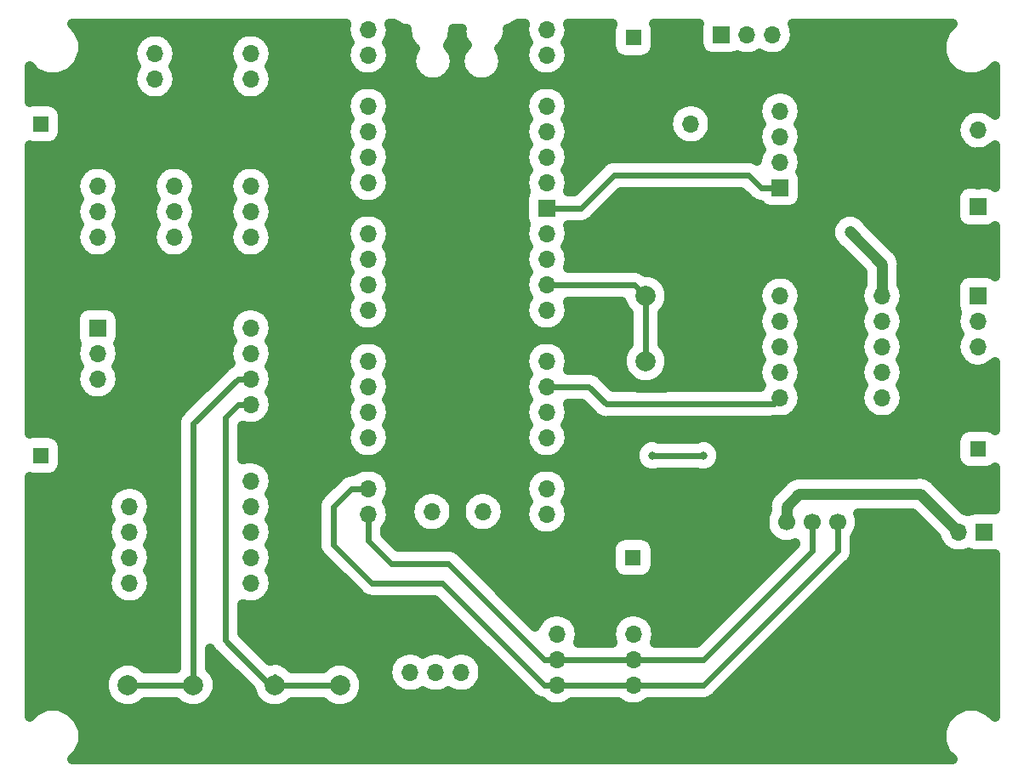
<source format=gbr>
G04 #@! TF.GenerationSoftware,KiCad,Pcbnew,5.0.2+dfsg1-1*
G04 #@! TF.CreationDate,2021-04-02T15:59:18+02:00*
G04 #@! TF.ProjectId,pico-dev,7069636f-2d64-4657-962e-6b696361645f,rev?*
G04 #@! TF.SameCoordinates,Original*
G04 #@! TF.FileFunction,Copper,L2,Bot*
G04 #@! TF.FilePolarity,Positive*
%FSLAX46Y46*%
G04 Gerber Fmt 4.6, Leading zero omitted, Abs format (unit mm)*
G04 Created by KiCad (PCBNEW 5.0.2+dfsg1-1) date ven. 02 avril 2021 15:59:18 CEST*
%MOMM*%
%LPD*%
G01*
G04 APERTURE LIST*
G04 #@! TA.AperFunction,ComponentPad*
%ADD10C,1.700000*%
G04 #@! TD*
G04 #@! TA.AperFunction,ComponentPad*
%ADD11R,1.700000X1.700000*%
G04 #@! TD*
G04 #@! TA.AperFunction,ComponentPad*
%ADD12C,2.000000*%
G04 #@! TD*
G04 #@! TA.AperFunction,ComponentPad*
%ADD13O,1.700000X1.700000*%
G04 #@! TD*
G04 #@! TA.AperFunction,ComponentPad*
%ADD14R,1.600000X1.600000*%
G04 #@! TD*
G04 #@! TA.AperFunction,ComponentPad*
%ADD15C,1.600000*%
G04 #@! TD*
G04 #@! TA.AperFunction,ViaPad*
%ADD16C,1.200000*%
G04 #@! TD*
G04 #@! TA.AperFunction,ViaPad*
%ADD17C,0.800000*%
G04 #@! TD*
G04 #@! TA.AperFunction,Conductor*
%ADD18C,1.100000*%
G04 #@! TD*
G04 #@! TA.AperFunction,Conductor*
%ADD19C,0.600000*%
G04 #@! TD*
G04 #@! TA.AperFunction,Conductor*
%ADD20C,1.000000*%
G04 #@! TD*
G04 APERTURE END LIST*
D10*
G04 #@! TO.P,U2,4*
G04 #@! TO.N,SDA1_GP14*
X155575000Y-76500000D03*
G04 #@! TO.P,U2,3*
G04 #@! TO.N,SCL1_GP15*
X153035000Y-76500000D03*
G04 #@! TO.P,U2,2*
G04 #@! TO.N,Net-(JP1-Pad2)*
X150495000Y-76500000D03*
D11*
G04 #@! TO.P,U2,1*
G04 #@! TO.N,GND*
X147955000Y-76500000D03*
G04 #@! TD*
D12*
G04 #@! TO.P,SW1,2*
G04 #@! TO.N,GND*
X140970000Y-60475000D03*
G04 #@! TO.P,SW1,1*
G04 #@! TO.N,RUN*
X136470000Y-60475000D03*
G04 #@! TO.P,SW1,2*
G04 #@! TO.N,GND*
X140970000Y-53975000D03*
G04 #@! TO.P,SW1,1*
G04 #@! TO.N,RUN*
X136470000Y-53975000D03*
G04 #@! TD*
D11*
G04 #@! TO.P,J18,1*
G04 #@! TO.N,GND*
X97155000Y-67310000D03*
D13*
G04 #@! TO.P,J18,2*
G04 #@! TO.N,GP9*
X97155000Y-64770000D03*
G04 #@! TO.P,J18,3*
G04 #@! TO.N,GP8*
X97155000Y-62230000D03*
G04 #@! TO.P,J18,4*
G04 #@! TO.N,GP7*
X97155000Y-59690000D03*
G04 #@! TO.P,J18,5*
G04 #@! TO.N,GP6*
X97155000Y-57150000D03*
G04 #@! TD*
D11*
G04 #@! TO.P,J1,1*
G04 #@! TO.N,GND*
X143510000Y-36830000D03*
D13*
G04 #@! TO.P,J1,2*
G04 #@! TO.N,MODE*
X140970000Y-36830000D03*
G04 #@! TD*
G04 #@! TO.P,U1,1*
G04 #@! TO.N,U_TX*
X108839000Y-27432000D03*
G04 #@! TO.P,U1,2*
G04 #@! TO.N,U_RX*
X108839000Y-29972000D03*
D11*
G04 #@! TO.P,U1,3*
G04 #@! TO.N,GND*
X108839000Y-32512000D03*
D13*
G04 #@! TO.P,U1,4*
G04 #@! TO.N,GP2*
X108839000Y-35052000D03*
G04 #@! TO.P,U1,5*
G04 #@! TO.N,GP3*
X108839000Y-37592000D03*
G04 #@! TO.P,U1,6*
G04 #@! TO.N,SDA_0*
X108839000Y-40132000D03*
G04 #@! TO.P,U1,7*
G04 #@! TO.N,SCL_0*
X108839000Y-42672000D03*
D11*
G04 #@! TO.P,U1,8*
G04 #@! TO.N,GND*
X108839000Y-45212000D03*
D13*
G04 #@! TO.P,U1,9*
G04 #@! TO.N,GP6*
X108839000Y-47752000D03*
G04 #@! TO.P,U1,10*
G04 #@! TO.N,GP7*
X108839000Y-50292000D03*
G04 #@! TO.P,U1,11*
G04 #@! TO.N,GP8*
X108839000Y-52832000D03*
G04 #@! TO.P,U1,12*
G04 #@! TO.N,GP9*
X108839000Y-55372000D03*
D11*
G04 #@! TO.P,U1,13*
G04 #@! TO.N,GND*
X108839000Y-57912000D03*
D13*
G04 #@! TO.P,U1,14*
G04 #@! TO.N,SPI1_CK_GP10_I2S_CLK*
X108839000Y-60452000D03*
G04 #@! TO.P,U1,15*
G04 #@! TO.N,SPI1_MOSI_GP11_I2S_WS*
X108839000Y-62992000D03*
G04 #@! TO.P,U1,16*
G04 #@! TO.N,SPI1_MISO_GP12_I2S_SD*
X108839000Y-65532000D03*
G04 #@! TO.P,U1,17*
G04 #@! TO.N,SPI1_CS1_GP13*
X108839000Y-68072000D03*
D11*
G04 #@! TO.P,U1,18*
G04 #@! TO.N,GND*
X108839000Y-70612000D03*
D13*
G04 #@! TO.P,U1,19*
G04 #@! TO.N,SDA1_GP14*
X108839000Y-73152000D03*
G04 #@! TO.P,U1,20*
G04 #@! TO.N,SCL1_GP15*
X108839000Y-75692000D03*
G04 #@! TO.P,U1,21*
G04 #@! TO.N,SPI0_MISO*
X126619000Y-75692000D03*
G04 #@! TO.P,U1,22*
G04 #@! TO.N,SPI0_CS1*
X126619000Y-73152000D03*
D11*
G04 #@! TO.P,U1,23*
G04 #@! TO.N,GND*
X126619000Y-70612000D03*
D13*
G04 #@! TO.P,U1,24*
G04 #@! TO.N,SPI0_CK*
X126619000Y-68072000D03*
G04 #@! TO.P,U1,25*
G04 #@! TO.N,SPI0_MOSI*
X126619000Y-65532000D03*
G04 #@! TO.P,U1,26*
G04 #@! TO.N,SPI0_CS2*
X126619000Y-62992000D03*
G04 #@! TO.P,U1,27*
G04 #@! TO.N,WS2812_3V*
X126619000Y-60452000D03*
D11*
G04 #@! TO.P,U1,28*
G04 #@! TO.N,GND*
X126619000Y-57912000D03*
D13*
G04 #@! TO.P,U1,29*
G04 #@! TO.N,LED*
X126619000Y-55372000D03*
G04 #@! TO.P,U1,30*
G04 #@! TO.N,RUN*
X126619000Y-52832000D03*
G04 #@! TO.P,U1,31*
G04 #@! TO.N,ADC0*
X126619000Y-50292000D03*
G04 #@! TO.P,U1,32*
G04 #@! TO.N,ADC1*
X126619000Y-47752000D03*
D11*
G04 #@! TO.P,U1,33*
G04 #@! TO.N,AGND*
X126619000Y-45212000D03*
D13*
G04 #@! TO.P,U1,34*
G04 #@! TO.N,MODE*
X126619000Y-42672000D03*
G04 #@! TO.P,U1,35*
G04 #@! TO.N,Net-(U1-Pad35)*
X126619000Y-40132000D03*
G04 #@! TO.P,U1,36*
G04 #@! TO.N,+3V3*
X126619000Y-37592000D03*
G04 #@! TO.P,U1,37*
G04 #@! TO.N,Net-(U1-Pad37)*
X126619000Y-35052000D03*
D11*
G04 #@! TO.P,U1,38*
G04 #@! TO.N,GND*
X126619000Y-32512000D03*
D13*
G04 #@! TO.P,U1,39*
G04 #@! TO.N,+5V*
X126619000Y-29972000D03*
G04 #@! TO.P,U1,40*
G04 #@! TO.N,Net-(U1-Pad40)*
X126619000Y-27432000D03*
G04 #@! TO.P,U1,41*
G04 #@! TO.N,SWCLK*
X115189000Y-75462000D03*
D11*
G04 #@! TO.P,U1,42*
G04 #@! TO.N,GND*
X117729000Y-75462000D03*
D13*
G04 #@! TO.P,U1,43*
G04 #@! TO.N,SWDIO*
X120269000Y-75462000D03*
G04 #@! TD*
D11*
G04 #@! TO.P,J5,1*
G04 #@! TO.N,GND*
X97155000Y-50673000D03*
D13*
G04 #@! TO.P,J5,2*
G04 #@! TO.N,SCL_0*
X97155000Y-48133000D03*
G04 #@! TO.P,J5,3*
G04 #@! TO.N,SDA_0*
X97155000Y-45593000D03*
G04 #@! TO.P,J5,4*
G04 #@! TO.N,+3V3*
X97155000Y-43053000D03*
G04 #@! TD*
G04 #@! TO.P,J6,4*
G04 #@! TO.N,+3V3*
X89535000Y-43053000D03*
G04 #@! TO.P,J6,3*
G04 #@! TO.N,SDA_0*
X89535000Y-45593000D03*
G04 #@! TO.P,J6,2*
G04 #@! TO.N,SCL_0*
X89535000Y-48133000D03*
D11*
G04 #@! TO.P,J6,1*
G04 #@! TO.N,GND*
X89535000Y-50673000D03*
G04 #@! TD*
G04 #@! TO.P,J7,1*
G04 #@! TO.N,GND*
X81915000Y-50673000D03*
D13*
G04 #@! TO.P,J7,2*
G04 #@! TO.N,SCL_0*
X81915000Y-48133000D03*
G04 #@! TO.P,J7,3*
G04 #@! TO.N,SDA_0*
X81915000Y-45593000D03*
G04 #@! TO.P,J7,4*
G04 #@! TO.N,+3V3*
X81915000Y-43053000D03*
G04 #@! TD*
G04 #@! TO.P,J8,3*
G04 #@! TO.N,U_TX*
X87630000Y-29845000D03*
G04 #@! TO.P,J8,2*
G04 #@! TO.N,U_RX*
X87630000Y-32385000D03*
D11*
G04 #@! TO.P,J8,1*
G04 #@! TO.N,GND*
X87630000Y-34925000D03*
G04 #@! TD*
G04 #@! TO.P,J9,1*
G04 #@! TO.N,GND*
X160020000Y-66675000D03*
D13*
G04 #@! TO.P,J9,2*
G04 #@! TO.N,SPI0_CS1*
X160020000Y-64135000D03*
G04 #@! TO.P,J9,3*
G04 #@! TO.N,SPI0_MISO*
X160020000Y-61595000D03*
G04 #@! TO.P,J9,4*
G04 #@! TO.N,SPI0_CK*
X160020000Y-59055000D03*
G04 #@! TO.P,J9,5*
G04 #@! TO.N,SPI0_MOSI*
X160020000Y-56515000D03*
G04 #@! TO.P,J9,6*
G04 #@! TO.N,+3V3*
X160020000Y-53975000D03*
G04 #@! TD*
D11*
G04 #@! TO.P,J10,1*
G04 #@! TO.N,GND*
X149860000Y-66675000D03*
D13*
G04 #@! TO.P,J10,2*
G04 #@! TO.N,SPI0_CS2*
X149860000Y-64135000D03*
G04 #@! TO.P,J10,3*
G04 #@! TO.N,SPI0_MISO*
X149860000Y-61595000D03*
G04 #@! TO.P,J10,4*
G04 #@! TO.N,SPI0_CK*
X149860000Y-59055000D03*
G04 #@! TO.P,J10,5*
G04 #@! TO.N,SPI0_MOSI*
X149860000Y-56515000D03*
G04 #@! TO.P,J10,6*
G04 #@! TO.N,+3V3*
X149860000Y-53975000D03*
G04 #@! TD*
D11*
G04 #@! TO.P,J12,1*
G04 #@! TO.N,GND*
X97155000Y-85090000D03*
D13*
G04 #@! TO.P,J12,2*
G04 #@! TO.N,SPI1_CS1_GP13*
X97155000Y-82550000D03*
G04 #@! TO.P,J12,3*
G04 #@! TO.N,SPI1_MISO_GP12_I2S_SD*
X97155000Y-80010000D03*
G04 #@! TO.P,J12,4*
G04 #@! TO.N,SPI1_MOSI_GP11_I2S_WS*
X97155000Y-77470000D03*
G04 #@! TO.P,J12,5*
G04 #@! TO.N,SPI1_CK_GP10_I2S_CLK*
X97155000Y-74930000D03*
G04 #@! TO.P,J12,6*
G04 #@! TO.N,+3V3*
X97155000Y-72390000D03*
G04 #@! TD*
G04 #@! TO.P,J13,3*
G04 #@! TO.N,+3V3*
X81915000Y-62230000D03*
G04 #@! TO.P,J13,2*
X81915000Y-59690000D03*
D11*
G04 #@! TO.P,J13,1*
X81915000Y-57150000D03*
G04 #@! TD*
G04 #@! TO.P,J14,1*
G04 #@! TO.N,+5V*
X144018000Y-27940000D03*
D13*
G04 #@! TO.P,J14,2*
X146558000Y-27940000D03*
G04 #@! TO.P,J14,3*
X149098000Y-27940000D03*
G04 #@! TD*
D11*
G04 #@! TO.P,J15,1*
G04 #@! TO.N,GND*
X162560000Y-27940000D03*
D13*
G04 #@! TO.P,J15,2*
X160020000Y-27940000D03*
G04 #@! TO.P,J15,3*
X157480000Y-27940000D03*
G04 #@! TD*
D11*
G04 #@! TO.P,J16,1*
G04 #@! TO.N,GND*
X89535000Y-57150000D03*
D13*
G04 #@! TO.P,J16,2*
X89535000Y-59690000D03*
G04 #@! TO.P,J16,3*
X89535000Y-62230000D03*
G04 #@! TD*
G04 #@! TO.P,J17,3*
G04 #@! TO.N,+3V3*
X169545000Y-59055000D03*
G04 #@! TO.P,J17,2*
X169545000Y-56515000D03*
D11*
G04 #@! TO.P,J17,1*
X169545000Y-53975000D03*
G04 #@! TD*
D12*
G04 #@! TO.P,SW2,1*
G04 #@! TO.N,GP9*
X106045000Y-92710000D03*
G04 #@! TO.P,SW2,2*
G04 #@! TO.N,GND*
X106045000Y-97210000D03*
G04 #@! TO.P,SW2,1*
G04 #@! TO.N,GP9*
X99545000Y-92710000D03*
G04 #@! TO.P,SW2,2*
G04 #@! TO.N,GND*
X99545000Y-97210000D03*
G04 #@! TD*
G04 #@! TO.P,SW3,2*
G04 #@! TO.N,GND*
X84940000Y-97210000D03*
G04 #@! TO.P,SW3,1*
G04 #@! TO.N,GP8*
X84940000Y-92710000D03*
G04 #@! TO.P,SW3,2*
G04 #@! TO.N,GND*
X91440000Y-97210000D03*
G04 #@! TO.P,SW3,1*
G04 #@! TO.N,GP8*
X91440000Y-92710000D03*
G04 #@! TD*
D14*
G04 #@! TO.P,C1,1*
G04 #@! TO.N,+5V*
X135255000Y-28250000D03*
D15*
G04 #@! TO.P,C1,2*
G04 #@! TO.N,GND*
X135255000Y-31750000D03*
G04 #@! TD*
D11*
G04 #@! TO.P,J20,1*
G04 #@! TO.N,GND*
X97155000Y-34925000D03*
D13*
G04 #@! TO.P,J20,2*
G04 #@! TO.N,GP3*
X97155000Y-32385000D03*
G04 #@! TO.P,J20,3*
G04 #@! TO.N,GP2*
X97155000Y-29845000D03*
G04 #@! TD*
D11*
G04 #@! TO.P,J3,1*
G04 #@! TO.N,AGND*
X149860000Y-43180000D03*
D13*
G04 #@! TO.P,J3,2*
G04 #@! TO.N,ADC1*
X149860000Y-40640000D03*
G04 #@! TO.P,J3,3*
G04 #@! TO.N,ADC0*
X149860000Y-38100000D03*
G04 #@! TO.P,J3,4*
G04 #@! TO.N,+3V3*
X149860000Y-35560000D03*
G04 #@! TD*
G04 #@! TO.P,J19,5*
G04 #@! TO.N,+3V3*
X85090000Y-74930000D03*
G04 #@! TO.P,J19,4*
G04 #@! TO.N,SPI1_CK_GP10_I2S_CLK*
X85090000Y-77470000D03*
G04 #@! TO.P,J19,3*
G04 #@! TO.N,SPI1_MOSI_GP11_I2S_WS*
X85090000Y-80010000D03*
G04 #@! TO.P,J19,2*
G04 #@! TO.N,SPI1_MISO_GP12_I2S_SD*
X85090000Y-82550000D03*
D11*
G04 #@! TO.P,J19,1*
G04 #@! TO.N,GND*
X85090000Y-85090000D03*
G04 #@! TD*
G04 #@! TO.P,J22,1*
G04 #@! TO.N,GND*
X127635000Y-95250000D03*
D13*
G04 #@! TO.P,J22,2*
G04 #@! TO.N,SDA1_GP14*
X127635000Y-92710000D03*
G04 #@! TO.P,J22,3*
G04 #@! TO.N,SCL1_GP15*
X127635000Y-90170000D03*
G04 #@! TO.P,J22,4*
G04 #@! TO.N,+3V3*
X127635000Y-87630000D03*
G04 #@! TD*
G04 #@! TO.P,J23,4*
G04 #@! TO.N,+3V3*
X135255000Y-87630000D03*
G04 #@! TO.P,J23,3*
G04 #@! TO.N,SCL1_GP15*
X135255000Y-90170000D03*
G04 #@! TO.P,J23,2*
G04 #@! TO.N,SDA1_GP14*
X135255000Y-92710000D03*
D11*
G04 #@! TO.P,J23,1*
G04 #@! TO.N,GND*
X135255000Y-95250000D03*
G04 #@! TD*
D15*
G04 #@! TO.P,C2,2*
G04 #@! TO.N,GND*
X167045000Y-69215000D03*
D14*
G04 #@! TO.P,C2,1*
G04 #@! TO.N,+3V3*
X169545000Y-69215000D03*
G04 #@! TD*
G04 #@! TO.P,C3,1*
G04 #@! TO.N,+3V3*
X76240000Y-69850000D03*
D15*
G04 #@! TO.P,C3,2*
G04 #@! TO.N,GND*
X78740000Y-69850000D03*
G04 #@! TD*
G04 #@! TO.P,C4,2*
G04 #@! TO.N,GND*
X78740000Y-36830000D03*
D14*
G04 #@! TO.P,C4,1*
G04 #@! TO.N,+3V3*
X76240000Y-36830000D03*
G04 #@! TD*
G04 #@! TO.P,C5,1*
G04 #@! TO.N,+3V3*
X135215000Y-80010000D03*
D15*
G04 #@! TO.P,C5,2*
G04 #@! TO.N,GND*
X132715000Y-80010000D03*
G04 #@! TD*
D11*
G04 #@! TO.P,J2,1*
G04 #@! TO.N,GND*
X120650000Y-91440000D03*
D13*
G04 #@! TO.P,J2,2*
G04 #@! TO.N,SWDIO*
X118110000Y-91440000D03*
G04 #@! TO.P,J2,3*
G04 #@! TO.N,SWCLK*
X115570000Y-91440000D03*
G04 #@! TO.P,J2,4*
G04 #@! TO.N,+5VD*
X113030000Y-91440000D03*
G04 #@! TD*
D11*
G04 #@! TO.P,J21,1*
G04 #@! TO.N,WS2812_3V*
X169545000Y-45085000D03*
D13*
G04 #@! TO.P,J21,2*
G04 #@! TO.N,GND*
X169545000Y-42545000D03*
G04 #@! TO.P,J21,3*
X169545000Y-40005000D03*
G04 #@! TO.P,J21,4*
G04 #@! TO.N,WS2812B_5V*
X169545000Y-37465000D03*
G04 #@! TD*
D11*
G04 #@! TO.P,JP1,1*
G04 #@! TO.N,+3V3*
X170180000Y-77470000D03*
D13*
G04 #@! TO.P,JP1,2*
G04 #@! TO.N,Net-(JP1-Pad2)*
X167640000Y-77470000D03*
G04 #@! TD*
D16*
G04 #@! TO.N,+3V3*
X156845000Y-47625000D03*
D17*
G04 #@! TO.N,SPI0_CS1*
X137160000Y-69850000D03*
X142240000Y-69850000D03*
G04 #@! TD*
D18*
G04 #@! TO.N,GND*
X162560000Y-27940000D02*
X160020000Y-27940000D01*
X160020000Y-27940000D02*
X157480000Y-27940000D01*
X143510000Y-36830000D02*
X143510000Y-34290000D01*
X143510000Y-34290000D02*
X146685000Y-31115000D01*
X154305000Y-31115000D02*
X157480000Y-27940000D01*
X146685000Y-31115000D02*
X154305000Y-31115000D01*
X140970000Y-31750000D02*
X143510000Y-34290000D01*
X164465000Y-42545000D02*
X164465000Y-66040000D01*
X163830000Y-66675000D02*
X160020000Y-66675000D01*
X164465000Y-66040000D02*
X163830000Y-66675000D01*
X149860000Y-66675000D02*
X160020000Y-66675000D01*
X149860000Y-66675000D02*
X149860000Y-71755000D01*
X147955000Y-73660000D02*
X147955000Y-76500000D01*
X149860000Y-71755000D02*
X147955000Y-73660000D01*
X160020000Y-66675000D02*
X163235000Y-66675000D01*
X149860000Y-66675000D02*
X151130000Y-66675000D01*
X151130000Y-66675000D02*
X155575000Y-62230000D01*
X155575000Y-62230000D02*
X155575000Y-53975000D01*
X155575000Y-53975000D02*
X151765000Y-50165000D01*
X144780000Y-50165000D02*
X140970000Y-53975000D01*
X151765000Y-50165000D02*
X144780000Y-50165000D01*
X126619000Y-57912000D02*
X123698000Y-57912000D01*
X123698000Y-57912000D02*
X123190000Y-58420000D01*
X140970000Y-60475000D02*
X140970000Y-53975000D01*
X123317000Y-70612000D02*
X123190000Y-70485000D01*
X126619000Y-70612000D02*
X123317000Y-70612000D01*
X123190000Y-58420000D02*
X123190000Y-70485000D01*
X135255000Y-95250000D02*
X127635000Y-95250000D01*
X124460000Y-95250000D02*
X120650000Y-91440000D01*
X127635000Y-95250000D02*
X124460000Y-95250000D01*
X120650000Y-94615000D02*
X120650000Y-91440000D01*
X118055000Y-97210000D02*
X120650000Y-94615000D01*
X106045000Y-97210000D02*
X99545000Y-97210000D01*
X99545000Y-97210000D02*
X91440000Y-97210000D01*
X91440000Y-97210000D02*
X84940000Y-97210000D01*
X108839000Y-70612000D02*
X103632000Y-70612000D01*
X100330000Y-67310000D02*
X97155000Y-67310000D01*
X103632000Y-70612000D02*
X100330000Y-67310000D01*
X89535000Y-62230000D02*
X89535000Y-59690000D01*
X89535000Y-59690000D02*
X89535000Y-57150000D01*
X81915000Y-50673000D02*
X89535000Y-50673000D01*
X89535000Y-50673000D02*
X97155000Y-50673000D01*
X89535000Y-57150000D02*
X89535000Y-50673000D01*
X108839000Y-57912000D02*
X104013000Y-57912000D01*
X100330000Y-61595000D02*
X100330000Y-67310000D01*
X104013000Y-57912000D02*
X100330000Y-61595000D01*
X108839000Y-45212000D02*
X105283000Y-45212000D01*
X99822000Y-50673000D02*
X97155000Y-50673000D01*
X105283000Y-45212000D02*
X99822000Y-50673000D01*
X85725000Y-36830000D02*
X87630000Y-34925000D01*
X78740000Y-36830000D02*
X85725000Y-36830000D01*
X87630000Y-34925000D02*
X97155000Y-34925000D01*
X97155000Y-34925000D02*
X102235000Y-34925000D01*
X104648000Y-32512000D02*
X108839000Y-32512000D01*
X102235000Y-34925000D02*
X104648000Y-32512000D01*
X81915000Y-69850000D02*
X89535000Y-62230000D01*
X78740000Y-69850000D02*
X81915000Y-69850000D01*
X102235000Y-42164000D02*
X105283000Y-45212000D01*
X102235000Y-34925000D02*
X102235000Y-42164000D01*
X117729000Y-73279000D02*
X117729000Y-75462000D01*
X108839000Y-70612000D02*
X115062000Y-70612000D01*
X115062000Y-70612000D02*
X117729000Y-73279000D01*
X123825000Y-79375000D02*
X124460000Y-80010000D01*
X123190000Y-78740000D02*
X123825000Y-79375000D01*
X123190000Y-70485000D02*
X123190000Y-78740000D01*
X117729000Y-75462000D02*
X117729000Y-78994000D01*
X118745000Y-80010000D02*
X125730000Y-80010000D01*
X117729000Y-78994000D02*
X118745000Y-80010000D01*
X124460000Y-80010000D02*
X125730000Y-80010000D01*
X125730000Y-80010000D02*
X132715000Y-80010000D01*
X109220000Y-97210000D02*
X118055000Y-97210000D01*
X109220000Y-97210000D02*
X109220000Y-88265000D01*
X106045000Y-97210000D02*
X109220000Y-97210000D01*
X103632000Y-82677000D02*
X103632000Y-70612000D01*
X109220000Y-88265000D02*
X103632000Y-82677000D01*
X81915000Y-88265000D02*
X85090000Y-85090000D01*
X81915000Y-94615000D02*
X81915000Y-88265000D01*
X84940000Y-97210000D02*
X84510000Y-97210000D01*
X84510000Y-97210000D02*
X81915000Y-94615000D01*
X164465000Y-42545000D02*
X169545000Y-42545000D01*
X162560000Y-40640000D02*
X164465000Y-42545000D01*
X162560000Y-27940000D02*
X162560000Y-40640000D01*
X167005000Y-40005000D02*
X164465000Y-42545000D01*
X169545000Y-40005000D02*
X167005000Y-40005000D01*
X166370000Y-69215000D02*
X163830000Y-66675000D01*
X167045000Y-69215000D02*
X166370000Y-69215000D01*
X140970000Y-31750000D02*
X135255000Y-31750000D01*
X134493000Y-32512000D02*
X126619000Y-32512000D01*
X135255000Y-31750000D02*
X134493000Y-32512000D01*
X140970000Y-60475000D02*
X140970000Y-60960000D01*
X140970000Y-60475000D02*
X138453000Y-62992000D01*
X138453000Y-62992000D02*
X135636000Y-62992000D01*
X130556000Y-57912000D02*
X126619000Y-57912000D01*
X135636000Y-62992000D02*
X130556000Y-57912000D01*
D19*
G04 #@! TO.N,RUN*
X135327000Y-52832000D02*
X136470000Y-53975000D01*
X126619000Y-52832000D02*
X135327000Y-52832000D01*
X136470000Y-53975000D02*
X136470000Y-60475000D01*
D18*
G04 #@! TO.N,+3V3*
X160020000Y-50800000D02*
X160020000Y-53975000D01*
X156845000Y-47625000D02*
X160020000Y-50800000D01*
D19*
G04 #@! TO.N,AGND*
X146685000Y-41910000D02*
X147955000Y-43180000D01*
X133350000Y-41910000D02*
X146685000Y-41910000D01*
X126619000Y-45212000D02*
X130048000Y-45212000D01*
X147955000Y-43180000D02*
X149860000Y-43180000D01*
X130048000Y-45212000D02*
X133350000Y-41910000D01*
G04 #@! TO.N,GP9*
X106045000Y-92710000D02*
X99545000Y-92710000D01*
X99545000Y-92710000D02*
X99545000Y-91925000D01*
X99545000Y-92710000D02*
X99060000Y-92710000D01*
X99060000Y-92710000D02*
X94615000Y-88265000D01*
X94615000Y-88265000D02*
X94615000Y-66040000D01*
X95885000Y-64770000D02*
X97155000Y-64770000D01*
X94615000Y-66040000D02*
X95885000Y-64770000D01*
G04 #@! TO.N,GP8*
X91440000Y-92710000D02*
X91440000Y-66675000D01*
X95885000Y-62230000D02*
X97155000Y-62230000D01*
X91440000Y-66675000D02*
X95885000Y-62230000D01*
X84940000Y-92710000D02*
X91440000Y-92710000D01*
G04 #@! TO.N,SPI0_CS1*
X137160000Y-69850000D02*
X142240000Y-69850000D01*
G04 #@! TO.N,SPI0_CS2*
X126619000Y-62992000D02*
X130810000Y-62992000D01*
X130810000Y-62992000D02*
X132542999Y-64724999D01*
X149270001Y-64724999D02*
X149860000Y-64135000D01*
X132542999Y-64724999D02*
X149270001Y-64724999D01*
D18*
G04 #@! TO.N,Net-(JP1-Pad2)*
X167640000Y-77470000D02*
X163830000Y-73660000D01*
X163830000Y-73660000D02*
X163756491Y-73733509D01*
X163756491Y-73733509D02*
X151691491Y-73733509D01*
X150495000Y-74930000D02*
X150495000Y-76500000D01*
X151691491Y-73733509D02*
X150495000Y-74930000D01*
D19*
G04 #@! TO.N,SDA1_GP14*
X127635000Y-92710000D02*
X126365000Y-92710000D01*
X126365000Y-92710000D02*
X116205000Y-82550000D01*
X116205000Y-82550000D02*
X109220000Y-82550000D01*
X109220000Y-82550000D02*
X105410000Y-78740000D01*
X105410000Y-78740000D02*
X105410000Y-74930000D01*
X107188000Y-73152000D02*
X108839000Y-73152000D01*
X105410000Y-74930000D02*
X107188000Y-73152000D01*
X127635000Y-92710000D02*
X135255000Y-92710000D01*
X135255000Y-92710000D02*
X142240000Y-92710000D01*
X155575000Y-79375000D02*
X155575000Y-76500000D01*
X142240000Y-92710000D02*
X155575000Y-79375000D01*
G04 #@! TO.N,SCL1_GP15*
X127635000Y-90170000D02*
X126365000Y-90170000D01*
X126365000Y-90170000D02*
X116840000Y-80645000D01*
X116840000Y-80645000D02*
X111125000Y-80645000D01*
X108839000Y-78359000D02*
X108839000Y-75692000D01*
X111125000Y-80645000D02*
X108839000Y-78359000D01*
X127635000Y-90170000D02*
X135255000Y-90170000D01*
X135255000Y-90170000D02*
X142240000Y-90170000D01*
X153035000Y-79375000D02*
X153035000Y-76500000D01*
X142240000Y-90170000D02*
X153035000Y-79375000D01*
G04 #@! TD*
D20*
G04 #@! TO.N,GND*
G36*
X106544920Y-27432000D02*
X106719546Y-28309906D01*
X106981535Y-28702000D01*
X106719546Y-29094094D01*
X106544920Y-29972000D01*
X106719546Y-30849906D01*
X107216840Y-31594160D01*
X107961094Y-32091454D01*
X108617394Y-32222000D01*
X109060606Y-32222000D01*
X109716906Y-32091454D01*
X110461160Y-31594160D01*
X110958454Y-30849906D01*
X111133080Y-29972000D01*
X110958454Y-29094094D01*
X110696465Y-28702000D01*
X110958454Y-28309906D01*
X111133080Y-27432000D01*
X111022286Y-26875000D01*
X111411800Y-26875000D01*
X112033539Y-27185870D01*
X112200484Y-27297419D01*
X112436903Y-27344446D01*
X112669390Y-27408112D01*
X112690070Y-27405505D01*
X112658941Y-27562000D01*
X112837448Y-28459415D01*
X113345793Y-29220207D01*
X113545610Y-29353720D01*
X113278745Y-29753112D01*
X113111880Y-30592000D01*
X113278745Y-31430888D01*
X113753937Y-32142063D01*
X114465112Y-32617255D01*
X115092248Y-32742000D01*
X115515752Y-32742000D01*
X116142888Y-32617255D01*
X116854063Y-32142063D01*
X117329255Y-31430888D01*
X117496120Y-30592000D01*
X117329255Y-29753112D01*
X116854063Y-29041937D01*
X116803775Y-29008336D01*
X117170552Y-28459415D01*
X117349059Y-27562000D01*
X117313454Y-27383000D01*
X118144546Y-27383000D01*
X118108941Y-27562000D01*
X118287448Y-28459415D01*
X118654225Y-29008336D01*
X118603937Y-29041937D01*
X118128745Y-29753112D01*
X117961880Y-30592000D01*
X118128745Y-31430888D01*
X118603937Y-32142063D01*
X119315112Y-32617255D01*
X119942248Y-32742000D01*
X120365752Y-32742000D01*
X120992888Y-32617255D01*
X121704063Y-32142063D01*
X122179255Y-31430888D01*
X122346120Y-30592000D01*
X122179255Y-29753112D01*
X121912390Y-29353720D01*
X122112207Y-29220207D01*
X122620552Y-28459415D01*
X122799059Y-27562000D01*
X122756369Y-27347383D01*
X122767086Y-27344448D01*
X123003516Y-27297419D01*
X123170468Y-27185865D01*
X123792199Y-26875000D01*
X124435714Y-26875000D01*
X124324920Y-27432000D01*
X124499546Y-28309906D01*
X124761535Y-28702000D01*
X124499546Y-29094094D01*
X124324920Y-29972000D01*
X124499546Y-30849906D01*
X124996840Y-31594160D01*
X125741094Y-32091454D01*
X126397394Y-32222000D01*
X126840606Y-32222000D01*
X127496906Y-32091454D01*
X128241160Y-31594160D01*
X128738454Y-30849906D01*
X128913080Y-29972000D01*
X128738454Y-29094094D01*
X128476465Y-28702000D01*
X128738454Y-28309906D01*
X128913080Y-27432000D01*
X128802286Y-26875000D01*
X133155437Y-26875000D01*
X133136229Y-26903747D01*
X133027573Y-27450000D01*
X133027573Y-29050000D01*
X133136229Y-29596253D01*
X133445657Y-30059343D01*
X133908747Y-30368771D01*
X134455000Y-30477427D01*
X136055000Y-30477427D01*
X136601253Y-30368771D01*
X137064343Y-30059343D01*
X137373771Y-29596253D01*
X137482427Y-29050000D01*
X137482427Y-27450000D01*
X137373771Y-26903747D01*
X137354563Y-26875000D01*
X141783339Y-26875000D01*
X141740573Y-27090000D01*
X141740573Y-28790000D01*
X141849229Y-29336253D01*
X142158657Y-29799343D01*
X142621747Y-30108771D01*
X143168000Y-30217427D01*
X144868000Y-30217427D01*
X145414253Y-30108771D01*
X145584077Y-29995298D01*
X145680094Y-30059454D01*
X146336394Y-30190000D01*
X146779606Y-30190000D01*
X147435906Y-30059454D01*
X147828000Y-29797465D01*
X148220094Y-30059454D01*
X148876394Y-30190000D01*
X149319606Y-30190000D01*
X149975906Y-30059454D01*
X150720160Y-29562160D01*
X151217454Y-28817906D01*
X151392080Y-27940000D01*
X151217454Y-27062094D01*
X151092442Y-26875000D01*
X167002360Y-26875000D01*
X166366723Y-27510637D01*
X165910000Y-28613263D01*
X165910000Y-29806737D01*
X166366723Y-30909363D01*
X167210637Y-31753277D01*
X168313263Y-32210000D01*
X169506737Y-32210000D01*
X170609363Y-31753277D01*
X171245000Y-31117640D01*
X171245000Y-35959336D01*
X171167160Y-35842840D01*
X170422906Y-35345546D01*
X169766606Y-35215000D01*
X169323394Y-35215000D01*
X168667094Y-35345546D01*
X167922840Y-35842840D01*
X167425546Y-36587094D01*
X167250920Y-37465000D01*
X167425546Y-38342906D01*
X167922840Y-39087160D01*
X168667094Y-39584454D01*
X169323394Y-39715000D01*
X169766606Y-39715000D01*
X170422906Y-39584454D01*
X171167160Y-39087160D01*
X171245000Y-38970664D01*
X171245000Y-43119187D01*
X170941253Y-42916229D01*
X170395000Y-42807573D01*
X168695000Y-42807573D01*
X168148747Y-42916229D01*
X167685657Y-43225657D01*
X167376229Y-43688747D01*
X167267573Y-44235000D01*
X167267573Y-45935000D01*
X167376229Y-46481253D01*
X167685657Y-46944343D01*
X168148747Y-47253771D01*
X168695000Y-47362427D01*
X170395000Y-47362427D01*
X170941253Y-47253771D01*
X171245000Y-47050813D01*
X171245000Y-52009187D01*
X170941253Y-51806229D01*
X170395000Y-51697573D01*
X168695000Y-51697573D01*
X168148747Y-51806229D01*
X167685657Y-52115657D01*
X167376229Y-52578747D01*
X167267573Y-53125000D01*
X167267573Y-54825000D01*
X167376229Y-55371253D01*
X167489702Y-55541077D01*
X167425546Y-55637094D01*
X167250920Y-56515000D01*
X167425546Y-57392906D01*
X167687535Y-57785000D01*
X167425546Y-58177094D01*
X167250920Y-59055000D01*
X167425546Y-59932906D01*
X167922840Y-60677160D01*
X168667094Y-61174454D01*
X169323394Y-61305000D01*
X169766606Y-61305000D01*
X170422906Y-61174454D01*
X171167160Y-60677160D01*
X171245000Y-60560663D01*
X171245001Y-67332596D01*
X170891253Y-67096229D01*
X170345000Y-66987573D01*
X168745000Y-66987573D01*
X168198747Y-67096229D01*
X167735657Y-67405657D01*
X167426229Y-67868747D01*
X167317573Y-68415000D01*
X167317573Y-70015000D01*
X167426229Y-70561253D01*
X167735657Y-71024343D01*
X168198747Y-71333771D01*
X168745000Y-71442427D01*
X170345000Y-71442427D01*
X170891253Y-71333771D01*
X171245001Y-71097404D01*
X171245001Y-75235339D01*
X171030000Y-75192573D01*
X169330000Y-75192573D01*
X168783747Y-75301229D01*
X168613923Y-75414702D01*
X168517906Y-75350546D01*
X168218758Y-75291042D01*
X165344658Y-72416943D01*
X165235870Y-72254130D01*
X165073056Y-72145341D01*
X165073055Y-72145340D01*
X164590851Y-71823141D01*
X163830000Y-71671799D01*
X163829999Y-71671799D01*
X163678657Y-71701903D01*
X163268393Y-71783509D01*
X151883541Y-71783509D01*
X151691491Y-71745308D01*
X151499440Y-71783509D01*
X151499437Y-71783509D01*
X150930639Y-71896650D01*
X150285620Y-72327638D01*
X150176830Y-72490454D01*
X149251948Y-73415337D01*
X149089129Y-73524129D01*
X148658141Y-74169149D01*
X148545000Y-74737947D01*
X148545000Y-74737950D01*
X148506799Y-74930000D01*
X148545000Y-75122050D01*
X148545000Y-75328183D01*
X148245000Y-76052447D01*
X148245000Y-76947553D01*
X148587542Y-77774523D01*
X149220477Y-78407458D01*
X150047447Y-78750000D01*
X150942553Y-78750000D01*
X151335000Y-78587443D01*
X151335000Y-78670837D01*
X141535838Y-88470000D01*
X137381994Y-88470000D01*
X137549080Y-87630000D01*
X137374454Y-86752094D01*
X136877160Y-86007840D01*
X136132906Y-85510546D01*
X135476606Y-85380000D01*
X135033394Y-85380000D01*
X134377094Y-85510546D01*
X133632840Y-86007840D01*
X133135546Y-86752094D01*
X132960920Y-87630000D01*
X133128006Y-88470000D01*
X129761994Y-88470000D01*
X129929080Y-87630000D01*
X129754454Y-86752094D01*
X129257160Y-86007840D01*
X128512906Y-85510546D01*
X127856606Y-85380000D01*
X127413394Y-85380000D01*
X126757094Y-85510546D01*
X126012840Y-86007840D01*
X125515546Y-86752094D01*
X125488289Y-86889126D01*
X118160475Y-79561313D01*
X118065631Y-79419369D01*
X117752289Y-79210000D01*
X132987573Y-79210000D01*
X132987573Y-80810000D01*
X133096229Y-81356253D01*
X133405657Y-81819343D01*
X133868747Y-82128771D01*
X134415000Y-82237427D01*
X136015000Y-82237427D01*
X136561253Y-82128771D01*
X137024343Y-81819343D01*
X137333771Y-81356253D01*
X137442427Y-80810000D01*
X137442427Y-79210000D01*
X137333771Y-78663747D01*
X137024343Y-78200657D01*
X136561253Y-77891229D01*
X136015000Y-77782573D01*
X134415000Y-77782573D01*
X133868747Y-77891229D01*
X133405657Y-78200657D01*
X133096229Y-78663747D01*
X132987573Y-79210000D01*
X117752289Y-79210000D01*
X117503307Y-79043636D01*
X117007430Y-78945000D01*
X117007426Y-78945000D01*
X116840000Y-78911697D01*
X116672574Y-78945000D01*
X111829163Y-78945000D01*
X110539000Y-77654838D01*
X110539000Y-77197664D01*
X110958454Y-76569906D01*
X111133080Y-75692000D01*
X111087331Y-75462000D01*
X112894920Y-75462000D01*
X113069546Y-76339906D01*
X113566840Y-77084160D01*
X114311094Y-77581454D01*
X114967394Y-77712000D01*
X115410606Y-77712000D01*
X116066906Y-77581454D01*
X116811160Y-77084160D01*
X117308454Y-76339906D01*
X117483080Y-75462000D01*
X117974920Y-75462000D01*
X118149546Y-76339906D01*
X118646840Y-77084160D01*
X119391094Y-77581454D01*
X120047394Y-77712000D01*
X120490606Y-77712000D01*
X121146906Y-77581454D01*
X121891160Y-77084160D01*
X122388454Y-76339906D01*
X122563080Y-75462000D01*
X122388454Y-74584094D01*
X121891160Y-73839840D01*
X121146906Y-73342546D01*
X120490606Y-73212000D01*
X120047394Y-73212000D01*
X119391094Y-73342546D01*
X118646840Y-73839840D01*
X118149546Y-74584094D01*
X117974920Y-75462000D01*
X117483080Y-75462000D01*
X117308454Y-74584094D01*
X116811160Y-73839840D01*
X116066906Y-73342546D01*
X115410606Y-73212000D01*
X114967394Y-73212000D01*
X114311094Y-73342546D01*
X113566840Y-73839840D01*
X113069546Y-74584094D01*
X112894920Y-75462000D01*
X111087331Y-75462000D01*
X110958454Y-74814094D01*
X110696465Y-74422000D01*
X110958454Y-74029906D01*
X111133080Y-73152000D01*
X124324920Y-73152000D01*
X124499546Y-74029906D01*
X124761535Y-74422000D01*
X124499546Y-74814094D01*
X124324920Y-75692000D01*
X124499546Y-76569906D01*
X124996840Y-77314160D01*
X125741094Y-77811454D01*
X126397394Y-77942000D01*
X126840606Y-77942000D01*
X127496906Y-77811454D01*
X128241160Y-77314160D01*
X128738454Y-76569906D01*
X128913080Y-75692000D01*
X128738454Y-74814094D01*
X128476465Y-74422000D01*
X128738454Y-74029906D01*
X128913080Y-73152000D01*
X128738454Y-72274094D01*
X128241160Y-71529840D01*
X127496906Y-71032546D01*
X126840606Y-70902000D01*
X126397394Y-70902000D01*
X125741094Y-71032546D01*
X124996840Y-71529840D01*
X124499546Y-72274094D01*
X124324920Y-73152000D01*
X111133080Y-73152000D01*
X110958454Y-72274094D01*
X110461160Y-71529840D01*
X109716906Y-71032546D01*
X109060606Y-70902000D01*
X108617394Y-70902000D01*
X107961094Y-71032546D01*
X107338404Y-71448613D01*
X107188000Y-71418696D01*
X107020570Y-71452000D01*
X106524693Y-71550636D01*
X105962369Y-71926369D01*
X105867527Y-72068310D01*
X104326311Y-73609527D01*
X104184370Y-73704369D01*
X104089528Y-73846310D01*
X103808636Y-74266694D01*
X103676697Y-74930000D01*
X103710001Y-75097431D01*
X103710000Y-78572573D01*
X103676697Y-78740000D01*
X103710000Y-78907426D01*
X103710000Y-78907429D01*
X103808636Y-79403306D01*
X104184369Y-79965631D01*
X104326313Y-80060475D01*
X107899527Y-83633690D01*
X107994369Y-83775631D01*
X108136309Y-83870472D01*
X108556693Y-84151364D01*
X109220000Y-84283304D01*
X109387430Y-84250000D01*
X115500838Y-84250000D01*
X125044527Y-93793690D01*
X125139369Y-93935631D01*
X125281309Y-94030472D01*
X125701693Y-94311364D01*
X126100413Y-94390674D01*
X126757094Y-94829454D01*
X127413394Y-94960000D01*
X127856606Y-94960000D01*
X128512906Y-94829454D01*
X129140664Y-94410000D01*
X133749336Y-94410000D01*
X134377094Y-94829454D01*
X135033394Y-94960000D01*
X135476606Y-94960000D01*
X136132906Y-94829454D01*
X136760664Y-94410000D01*
X142072574Y-94410000D01*
X142240000Y-94443303D01*
X142407426Y-94410000D01*
X142407430Y-94410000D01*
X142903307Y-94311364D01*
X143465631Y-93935631D01*
X143560475Y-93793687D01*
X156658691Y-80695472D01*
X156800631Y-80600631D01*
X157176364Y-80038307D01*
X157275000Y-79542430D01*
X157275000Y-79542429D01*
X157308304Y-79375000D01*
X157275000Y-79207570D01*
X157275000Y-77981981D01*
X157482458Y-77774523D01*
X157825000Y-76947553D01*
X157825000Y-76052447D01*
X157672181Y-75683509D01*
X163095794Y-75683509D01*
X165461042Y-78048759D01*
X165520546Y-78347906D01*
X166017840Y-79092160D01*
X166762094Y-79589454D01*
X167418394Y-79720000D01*
X167861606Y-79720000D01*
X168517906Y-79589454D01*
X168613923Y-79525298D01*
X168783747Y-79638771D01*
X169330000Y-79747427D01*
X171030000Y-79747427D01*
X171245001Y-79704661D01*
X171245001Y-95882361D01*
X170609363Y-95246723D01*
X169506737Y-94790000D01*
X168313263Y-94790000D01*
X167210637Y-95246723D01*
X166366723Y-96090637D01*
X165910000Y-97193263D01*
X165910000Y-98386737D01*
X166366723Y-99489363D01*
X167002360Y-100125000D01*
X79377640Y-100125000D01*
X80013277Y-99489363D01*
X80470000Y-98386737D01*
X80470000Y-97193263D01*
X80013277Y-96090637D01*
X79169363Y-95246723D01*
X78066737Y-94790000D01*
X76873263Y-94790000D01*
X75770637Y-95246723D01*
X75135000Y-95882360D01*
X75135000Y-92232610D01*
X82540000Y-92232610D01*
X82540000Y-93187390D01*
X82905378Y-94069491D01*
X83580509Y-94744622D01*
X84462610Y-95110000D01*
X85417390Y-95110000D01*
X86299491Y-94744622D01*
X86634113Y-94410000D01*
X89745887Y-94410000D01*
X90080509Y-94744622D01*
X90962610Y-95110000D01*
X91917390Y-95110000D01*
X92799491Y-94744622D01*
X93474622Y-94069491D01*
X93840000Y-93187390D01*
X93840000Y-92232610D01*
X93474622Y-91350509D01*
X93140000Y-91015887D01*
X93140000Y-89117423D01*
X93389369Y-89490631D01*
X93531313Y-89585475D01*
X97153325Y-93207487D01*
X97510378Y-94069491D01*
X98185509Y-94744622D01*
X99067610Y-95110000D01*
X100022390Y-95110000D01*
X100904491Y-94744622D01*
X101239113Y-94410000D01*
X104350887Y-94410000D01*
X104685509Y-94744622D01*
X105567610Y-95110000D01*
X106522390Y-95110000D01*
X107404491Y-94744622D01*
X108079622Y-94069491D01*
X108445000Y-93187390D01*
X108445000Y-92232610D01*
X108116691Y-91440000D01*
X110735920Y-91440000D01*
X110910546Y-92317906D01*
X111407840Y-93062160D01*
X112152094Y-93559454D01*
X112808394Y-93690000D01*
X113251606Y-93690000D01*
X113907906Y-93559454D01*
X114300000Y-93297465D01*
X114692094Y-93559454D01*
X115348394Y-93690000D01*
X115791606Y-93690000D01*
X116447906Y-93559454D01*
X116840000Y-93297465D01*
X117232094Y-93559454D01*
X117888394Y-93690000D01*
X118331606Y-93690000D01*
X118987906Y-93559454D01*
X119732160Y-93062160D01*
X120229454Y-92317906D01*
X120404080Y-91440000D01*
X120229454Y-90562094D01*
X119732160Y-89817840D01*
X118987906Y-89320546D01*
X118331606Y-89190000D01*
X117888394Y-89190000D01*
X117232094Y-89320546D01*
X116840000Y-89582535D01*
X116447906Y-89320546D01*
X115791606Y-89190000D01*
X115348394Y-89190000D01*
X114692094Y-89320546D01*
X114300000Y-89582535D01*
X113907906Y-89320546D01*
X113251606Y-89190000D01*
X112808394Y-89190000D01*
X112152094Y-89320546D01*
X111407840Y-89817840D01*
X110910546Y-90562094D01*
X110735920Y-91440000D01*
X108116691Y-91440000D01*
X108079622Y-91350509D01*
X107404491Y-90675378D01*
X106522390Y-90310000D01*
X105567610Y-90310000D01*
X104685509Y-90675378D01*
X104350887Y-91010000D01*
X101239113Y-91010000D01*
X100904491Y-90675378D01*
X100457842Y-90490370D01*
X100208307Y-90323636D01*
X99545000Y-90191696D01*
X99045263Y-90291100D01*
X96315000Y-87560838D01*
X96315000Y-84676994D01*
X96933394Y-84800000D01*
X97376606Y-84800000D01*
X98032906Y-84669454D01*
X98777160Y-84172160D01*
X99274454Y-83427906D01*
X99449080Y-82550000D01*
X99274454Y-81672094D01*
X99012465Y-81280000D01*
X99274454Y-80887906D01*
X99449080Y-80010000D01*
X99274454Y-79132094D01*
X99012465Y-78740000D01*
X99274454Y-78347906D01*
X99449080Y-77470000D01*
X99274454Y-76592094D01*
X99012465Y-76200000D01*
X99274454Y-75807906D01*
X99449080Y-74930000D01*
X99274454Y-74052094D01*
X99012465Y-73660000D01*
X99274454Y-73267906D01*
X99449080Y-72390000D01*
X99274454Y-71512094D01*
X98777160Y-70767840D01*
X98032906Y-70270546D01*
X97376606Y-70140000D01*
X96933394Y-70140000D01*
X96315000Y-70263006D01*
X96315000Y-66896994D01*
X96933394Y-67020000D01*
X97376606Y-67020000D01*
X98032906Y-66889454D01*
X98777160Y-66392160D01*
X99274454Y-65647906D01*
X99449080Y-64770000D01*
X99274454Y-63892094D01*
X99012465Y-63500000D01*
X99274454Y-63107906D01*
X99449080Y-62230000D01*
X99274454Y-61352094D01*
X99012465Y-60960000D01*
X99274454Y-60567906D01*
X99297509Y-60452000D01*
X106544920Y-60452000D01*
X106719546Y-61329906D01*
X106981535Y-61722000D01*
X106719546Y-62114094D01*
X106544920Y-62992000D01*
X106719546Y-63869906D01*
X106981535Y-64262000D01*
X106719546Y-64654094D01*
X106544920Y-65532000D01*
X106719546Y-66409906D01*
X106981535Y-66802000D01*
X106719546Y-67194094D01*
X106544920Y-68072000D01*
X106719546Y-68949906D01*
X107216840Y-69694160D01*
X107961094Y-70191454D01*
X108617394Y-70322000D01*
X109060606Y-70322000D01*
X109716906Y-70191454D01*
X110461160Y-69694160D01*
X110958454Y-68949906D01*
X111133080Y-68072000D01*
X110958454Y-67194094D01*
X110696465Y-66802000D01*
X110958454Y-66409906D01*
X111133080Y-65532000D01*
X110958454Y-64654094D01*
X110696465Y-64262000D01*
X110958454Y-63869906D01*
X111133080Y-62992000D01*
X110958454Y-62114094D01*
X110696465Y-61722000D01*
X110958454Y-61329906D01*
X111133080Y-60452000D01*
X124324920Y-60452000D01*
X124499546Y-61329906D01*
X124761535Y-61722000D01*
X124499546Y-62114094D01*
X124324920Y-62992000D01*
X124499546Y-63869906D01*
X124761535Y-64262000D01*
X124499546Y-64654094D01*
X124324920Y-65532000D01*
X124499546Y-66409906D01*
X124761535Y-66802000D01*
X124499546Y-67194094D01*
X124324920Y-68072000D01*
X124499546Y-68949906D01*
X124996840Y-69694160D01*
X125741094Y-70191454D01*
X126397394Y-70322000D01*
X126840606Y-70322000D01*
X127496906Y-70191454D01*
X128241160Y-69694160D01*
X128376266Y-69491958D01*
X135360000Y-69491958D01*
X135360000Y-70208042D01*
X135634034Y-70869618D01*
X136140382Y-71375966D01*
X136801958Y-71650000D01*
X137518042Y-71650000D01*
X137759463Y-71550000D01*
X141640537Y-71550000D01*
X141881958Y-71650000D01*
X142598042Y-71650000D01*
X143259618Y-71375966D01*
X143765966Y-70869618D01*
X144040000Y-70208042D01*
X144040000Y-69491958D01*
X143765966Y-68830382D01*
X143259618Y-68324034D01*
X142598042Y-68050000D01*
X141881958Y-68050000D01*
X141640537Y-68150000D01*
X137759463Y-68150000D01*
X137518042Y-68050000D01*
X136801958Y-68050000D01*
X136140382Y-68324034D01*
X135634034Y-68830382D01*
X135360000Y-69491958D01*
X128376266Y-69491958D01*
X128738454Y-68949906D01*
X128913080Y-68072000D01*
X128738454Y-67194094D01*
X128476465Y-66802000D01*
X128738454Y-66409906D01*
X128913080Y-65532000D01*
X128745994Y-64692000D01*
X130105838Y-64692000D01*
X131222526Y-65808689D01*
X131317368Y-65950630D01*
X131459308Y-66045471D01*
X131879692Y-66326363D01*
X132542999Y-66458303D01*
X132710429Y-66424999D01*
X149102575Y-66424999D01*
X149270001Y-66458302D01*
X149437427Y-66424999D01*
X149437431Y-66424999D01*
X149638520Y-66385000D01*
X150081606Y-66385000D01*
X150737906Y-66254454D01*
X151482160Y-65757160D01*
X151979454Y-65012906D01*
X152154080Y-64135000D01*
X151979454Y-63257094D01*
X151717465Y-62865000D01*
X151979454Y-62472906D01*
X152154080Y-61595000D01*
X151979454Y-60717094D01*
X151717465Y-60325000D01*
X151979454Y-59932906D01*
X152154080Y-59055000D01*
X151979454Y-58177094D01*
X151717465Y-57785000D01*
X151979454Y-57392906D01*
X152154080Y-56515000D01*
X151979454Y-55637094D01*
X151717465Y-55245000D01*
X151979454Y-54852906D01*
X152154080Y-53975000D01*
X151979454Y-53097094D01*
X151482160Y-52352840D01*
X150737906Y-51855546D01*
X150081606Y-51725000D01*
X149638394Y-51725000D01*
X148982094Y-51855546D01*
X148237840Y-52352840D01*
X147740546Y-53097094D01*
X147565920Y-53975000D01*
X147740546Y-54852906D01*
X148002535Y-55245000D01*
X147740546Y-55637094D01*
X147565920Y-56515000D01*
X147740546Y-57392906D01*
X148002535Y-57785000D01*
X147740546Y-58177094D01*
X147565920Y-59055000D01*
X147740546Y-59932906D01*
X148002535Y-60325000D01*
X147740546Y-60717094D01*
X147565920Y-61595000D01*
X147740546Y-62472906D01*
X148002535Y-62865000D01*
X147895627Y-63024999D01*
X133247162Y-63024999D01*
X132130475Y-61908313D01*
X132035631Y-61766369D01*
X131473307Y-61390636D01*
X130977430Y-61292000D01*
X130977426Y-61292000D01*
X130810000Y-61258697D01*
X130642574Y-61292000D01*
X128745994Y-61292000D01*
X128913080Y-60452000D01*
X128738454Y-59574094D01*
X128241160Y-58829840D01*
X127496906Y-58332546D01*
X126840606Y-58202000D01*
X126397394Y-58202000D01*
X125741094Y-58332546D01*
X124996840Y-58829840D01*
X124499546Y-59574094D01*
X124324920Y-60452000D01*
X111133080Y-60452000D01*
X110958454Y-59574094D01*
X110461160Y-58829840D01*
X109716906Y-58332546D01*
X109060606Y-58202000D01*
X108617394Y-58202000D01*
X107961094Y-58332546D01*
X107216840Y-58829840D01*
X106719546Y-59574094D01*
X106544920Y-60452000D01*
X99297509Y-60452000D01*
X99449080Y-59690000D01*
X99274454Y-58812094D01*
X99012465Y-58420000D01*
X99274454Y-58027906D01*
X99449080Y-57150000D01*
X99274454Y-56272094D01*
X98777160Y-55527840D01*
X98032906Y-55030546D01*
X97376606Y-54900000D01*
X96933394Y-54900000D01*
X96277094Y-55030546D01*
X95532840Y-55527840D01*
X95035546Y-56272094D01*
X94860920Y-57150000D01*
X95035546Y-58027906D01*
X95297535Y-58420000D01*
X95035546Y-58812094D01*
X94860920Y-59690000D01*
X95035546Y-60567906D01*
X95121055Y-60695880D01*
X94659369Y-61004369D01*
X94564527Y-61146310D01*
X90356311Y-65354527D01*
X90214370Y-65449369D01*
X90119528Y-65591310D01*
X89838636Y-66011694D01*
X89706697Y-66675000D01*
X89740001Y-66842431D01*
X89740000Y-91010000D01*
X86634113Y-91010000D01*
X86299491Y-90675378D01*
X85417390Y-90310000D01*
X84462610Y-90310000D01*
X83580509Y-90675378D01*
X82905378Y-91350509D01*
X82540000Y-92232610D01*
X75135000Y-92232610D01*
X75135000Y-74930000D01*
X82795920Y-74930000D01*
X82970546Y-75807906D01*
X83232535Y-76200000D01*
X82970546Y-76592094D01*
X82795920Y-77470000D01*
X82970546Y-78347906D01*
X83232535Y-78740000D01*
X82970546Y-79132094D01*
X82795920Y-80010000D01*
X82970546Y-80887906D01*
X83232535Y-81280000D01*
X82970546Y-81672094D01*
X82795920Y-82550000D01*
X82970546Y-83427906D01*
X83467840Y-84172160D01*
X84212094Y-84669454D01*
X84868394Y-84800000D01*
X85311606Y-84800000D01*
X85967906Y-84669454D01*
X86712160Y-84172160D01*
X87209454Y-83427906D01*
X87384080Y-82550000D01*
X87209454Y-81672094D01*
X86947465Y-81280000D01*
X87209454Y-80887906D01*
X87384080Y-80010000D01*
X87209454Y-79132094D01*
X86947465Y-78740000D01*
X87209454Y-78347906D01*
X87384080Y-77470000D01*
X87209454Y-76592094D01*
X86947465Y-76200000D01*
X87209454Y-75807906D01*
X87384080Y-74930000D01*
X87209454Y-74052094D01*
X86712160Y-73307840D01*
X85967906Y-72810546D01*
X85311606Y-72680000D01*
X84868394Y-72680000D01*
X84212094Y-72810546D01*
X83467840Y-73307840D01*
X82970546Y-74052094D01*
X82795920Y-74930000D01*
X75135000Y-74930000D01*
X75135000Y-72016759D01*
X75440000Y-72077427D01*
X77040000Y-72077427D01*
X77586253Y-71968771D01*
X78049343Y-71659343D01*
X78358771Y-71196253D01*
X78467427Y-70650000D01*
X78467427Y-69050000D01*
X78358771Y-68503747D01*
X78049343Y-68040657D01*
X77586253Y-67731229D01*
X77040000Y-67622573D01*
X75440000Y-67622573D01*
X75135000Y-67683241D01*
X75135000Y-59690000D01*
X79620920Y-59690000D01*
X79795546Y-60567906D01*
X80057535Y-60960000D01*
X79795546Y-61352094D01*
X79620920Y-62230000D01*
X79795546Y-63107906D01*
X80292840Y-63852160D01*
X81037094Y-64349454D01*
X81693394Y-64480000D01*
X82136606Y-64480000D01*
X82792906Y-64349454D01*
X83537160Y-63852160D01*
X84034454Y-63107906D01*
X84209080Y-62230000D01*
X84034454Y-61352094D01*
X83772465Y-60960000D01*
X84034454Y-60567906D01*
X84209080Y-59690000D01*
X84034454Y-58812094D01*
X83970298Y-58716077D01*
X84083771Y-58546253D01*
X84192427Y-58000000D01*
X84192427Y-56300000D01*
X84083771Y-55753747D01*
X83774343Y-55290657D01*
X83311253Y-54981229D01*
X82765000Y-54872573D01*
X81065000Y-54872573D01*
X80518747Y-54981229D01*
X80055657Y-55290657D01*
X79746229Y-55753747D01*
X79637573Y-56300000D01*
X79637573Y-58000000D01*
X79746229Y-58546253D01*
X79859702Y-58716077D01*
X79795546Y-58812094D01*
X79620920Y-59690000D01*
X75135000Y-59690000D01*
X75135000Y-43053000D01*
X79620920Y-43053000D01*
X79795546Y-43930906D01*
X80057535Y-44323000D01*
X79795546Y-44715094D01*
X79620920Y-45593000D01*
X79795546Y-46470906D01*
X80057535Y-46863000D01*
X79795546Y-47255094D01*
X79620920Y-48133000D01*
X79795546Y-49010906D01*
X80292840Y-49755160D01*
X81037094Y-50252454D01*
X81693394Y-50383000D01*
X82136606Y-50383000D01*
X82792906Y-50252454D01*
X83537160Y-49755160D01*
X84034454Y-49010906D01*
X84209080Y-48133000D01*
X84034454Y-47255094D01*
X83772465Y-46863000D01*
X84034454Y-46470906D01*
X84209080Y-45593000D01*
X84034454Y-44715094D01*
X83772465Y-44323000D01*
X84034454Y-43930906D01*
X84209080Y-43053000D01*
X87240920Y-43053000D01*
X87415546Y-43930906D01*
X87677535Y-44323000D01*
X87415546Y-44715094D01*
X87240920Y-45593000D01*
X87415546Y-46470906D01*
X87677535Y-46863000D01*
X87415546Y-47255094D01*
X87240920Y-48133000D01*
X87415546Y-49010906D01*
X87912840Y-49755160D01*
X88657094Y-50252454D01*
X89313394Y-50383000D01*
X89756606Y-50383000D01*
X90412906Y-50252454D01*
X91157160Y-49755160D01*
X91654454Y-49010906D01*
X91829080Y-48133000D01*
X91654454Y-47255094D01*
X91392465Y-46863000D01*
X91654454Y-46470906D01*
X91829080Y-45593000D01*
X91654454Y-44715094D01*
X91392465Y-44323000D01*
X91654454Y-43930906D01*
X91829080Y-43053000D01*
X94860920Y-43053000D01*
X95035546Y-43930906D01*
X95297535Y-44323000D01*
X95035546Y-44715094D01*
X94860920Y-45593000D01*
X95035546Y-46470906D01*
X95297535Y-46863000D01*
X95035546Y-47255094D01*
X94860920Y-48133000D01*
X95035546Y-49010906D01*
X95532840Y-49755160D01*
X96277094Y-50252454D01*
X96933394Y-50383000D01*
X97376606Y-50383000D01*
X98032906Y-50252454D01*
X98777160Y-49755160D01*
X99274454Y-49010906D01*
X99449080Y-48133000D01*
X99373295Y-47752000D01*
X106544920Y-47752000D01*
X106719546Y-48629906D01*
X106981535Y-49022000D01*
X106719546Y-49414094D01*
X106544920Y-50292000D01*
X106719546Y-51169906D01*
X106981535Y-51562000D01*
X106719546Y-51954094D01*
X106544920Y-52832000D01*
X106719546Y-53709906D01*
X106981535Y-54102000D01*
X106719546Y-54494094D01*
X106544920Y-55372000D01*
X106719546Y-56249906D01*
X107216840Y-56994160D01*
X107961094Y-57491454D01*
X108617394Y-57622000D01*
X109060606Y-57622000D01*
X109716906Y-57491454D01*
X110461160Y-56994160D01*
X110958454Y-56249906D01*
X111133080Y-55372000D01*
X110958454Y-54494094D01*
X110696465Y-54102000D01*
X110958454Y-53709906D01*
X111133080Y-52832000D01*
X110958454Y-51954094D01*
X110696465Y-51562000D01*
X110958454Y-51169906D01*
X111133080Y-50292000D01*
X110958454Y-49414094D01*
X110696465Y-49022000D01*
X110958454Y-48629906D01*
X111133080Y-47752000D01*
X110958454Y-46874094D01*
X110461160Y-46129840D01*
X109716906Y-45632546D01*
X109060606Y-45502000D01*
X108617394Y-45502000D01*
X107961094Y-45632546D01*
X107216840Y-46129840D01*
X106719546Y-46874094D01*
X106544920Y-47752000D01*
X99373295Y-47752000D01*
X99274454Y-47255094D01*
X99012465Y-46863000D01*
X99274454Y-46470906D01*
X99449080Y-45593000D01*
X99274454Y-44715094D01*
X99012465Y-44323000D01*
X99274454Y-43930906D01*
X99449080Y-43053000D01*
X99274454Y-42175094D01*
X98777160Y-41430840D01*
X98032906Y-40933546D01*
X97376606Y-40803000D01*
X96933394Y-40803000D01*
X96277094Y-40933546D01*
X95532840Y-41430840D01*
X95035546Y-42175094D01*
X94860920Y-43053000D01*
X91829080Y-43053000D01*
X91654454Y-42175094D01*
X91157160Y-41430840D01*
X90412906Y-40933546D01*
X89756606Y-40803000D01*
X89313394Y-40803000D01*
X88657094Y-40933546D01*
X87912840Y-41430840D01*
X87415546Y-42175094D01*
X87240920Y-43053000D01*
X84209080Y-43053000D01*
X84034454Y-42175094D01*
X83537160Y-41430840D01*
X82792906Y-40933546D01*
X82136606Y-40803000D01*
X81693394Y-40803000D01*
X81037094Y-40933546D01*
X80292840Y-41430840D01*
X79795546Y-42175094D01*
X79620920Y-43053000D01*
X75135000Y-43053000D01*
X75135000Y-38996759D01*
X75440000Y-39057427D01*
X77040000Y-39057427D01*
X77586253Y-38948771D01*
X78049343Y-38639343D01*
X78358771Y-38176253D01*
X78467427Y-37630000D01*
X78467427Y-36030000D01*
X78358771Y-35483747D01*
X78070286Y-35052000D01*
X106544920Y-35052000D01*
X106719546Y-35929906D01*
X106981535Y-36322000D01*
X106719546Y-36714094D01*
X106544920Y-37592000D01*
X106719546Y-38469906D01*
X106981535Y-38862000D01*
X106719546Y-39254094D01*
X106544920Y-40132000D01*
X106719546Y-41009906D01*
X106981535Y-41402000D01*
X106719546Y-41794094D01*
X106544920Y-42672000D01*
X106719546Y-43549906D01*
X107216840Y-44294160D01*
X107961094Y-44791454D01*
X108617394Y-44922000D01*
X109060606Y-44922000D01*
X109716906Y-44791454D01*
X110461160Y-44294160D01*
X110958454Y-43549906D01*
X111133080Y-42672000D01*
X110958454Y-41794094D01*
X110696465Y-41402000D01*
X110958454Y-41009906D01*
X111133080Y-40132000D01*
X110958454Y-39254094D01*
X110696465Y-38862000D01*
X110958454Y-38469906D01*
X111133080Y-37592000D01*
X110958454Y-36714094D01*
X110696465Y-36322000D01*
X110958454Y-35929906D01*
X111133080Y-35052000D01*
X124324920Y-35052000D01*
X124499546Y-35929906D01*
X124761535Y-36322000D01*
X124499546Y-36714094D01*
X124324920Y-37592000D01*
X124499546Y-38469906D01*
X124761535Y-38862000D01*
X124499546Y-39254094D01*
X124324920Y-40132000D01*
X124499546Y-41009906D01*
X124761535Y-41402000D01*
X124499546Y-41794094D01*
X124324920Y-42672000D01*
X124499546Y-43549906D01*
X124563702Y-43645923D01*
X124450229Y-43815747D01*
X124341573Y-44362000D01*
X124341573Y-46062000D01*
X124450229Y-46608253D01*
X124563702Y-46778077D01*
X124499546Y-46874094D01*
X124324920Y-47752000D01*
X124499546Y-48629906D01*
X124761535Y-49022000D01*
X124499546Y-49414094D01*
X124324920Y-50292000D01*
X124499546Y-51169906D01*
X124761535Y-51562000D01*
X124499546Y-51954094D01*
X124324920Y-52832000D01*
X124499546Y-53709906D01*
X124761535Y-54102000D01*
X124499546Y-54494094D01*
X124324920Y-55372000D01*
X124499546Y-56249906D01*
X124996840Y-56994160D01*
X125741094Y-57491454D01*
X126397394Y-57622000D01*
X126840606Y-57622000D01*
X127496906Y-57491454D01*
X128241160Y-56994160D01*
X128738454Y-56249906D01*
X128913080Y-55372000D01*
X128745994Y-54532000D01*
X134102976Y-54532000D01*
X134435378Y-55334491D01*
X134770000Y-55669113D01*
X134770001Y-58780886D01*
X134435378Y-59115509D01*
X134070000Y-59997610D01*
X134070000Y-60952390D01*
X134435378Y-61834491D01*
X135110509Y-62509622D01*
X135992610Y-62875000D01*
X136947390Y-62875000D01*
X137829491Y-62509622D01*
X138504622Y-61834491D01*
X138870000Y-60952390D01*
X138870000Y-59997610D01*
X138504622Y-59115509D01*
X138170000Y-58780887D01*
X138170000Y-55669113D01*
X138504622Y-55334491D01*
X138870000Y-54452390D01*
X138870000Y-53497610D01*
X138504622Y-52615509D01*
X137829491Y-51940378D01*
X136947390Y-51575000D01*
X136505684Y-51575000D01*
X135990307Y-51230636D01*
X135494430Y-51132000D01*
X135494426Y-51132000D01*
X135327000Y-51098697D01*
X135159574Y-51132000D01*
X128745994Y-51132000D01*
X128913080Y-50292000D01*
X128738454Y-49414094D01*
X128476465Y-49022000D01*
X128738454Y-48629906D01*
X128913080Y-47752000D01*
X128808687Y-47227175D01*
X154845000Y-47227175D01*
X154845000Y-48022825D01*
X155149482Y-48757909D01*
X155712091Y-49320518D01*
X155832804Y-49370519D01*
X158070000Y-51607716D01*
X158070001Y-52843487D01*
X157900546Y-53097094D01*
X157725920Y-53975000D01*
X157900546Y-54852906D01*
X158162535Y-55245000D01*
X157900546Y-55637094D01*
X157725920Y-56515000D01*
X157900546Y-57392906D01*
X158162535Y-57785000D01*
X157900546Y-58177094D01*
X157725920Y-59055000D01*
X157900546Y-59932906D01*
X158162535Y-60325000D01*
X157900546Y-60717094D01*
X157725920Y-61595000D01*
X157900546Y-62472906D01*
X158162535Y-62865000D01*
X157900546Y-63257094D01*
X157725920Y-64135000D01*
X157900546Y-65012906D01*
X158397840Y-65757160D01*
X159142094Y-66254454D01*
X159798394Y-66385000D01*
X160241606Y-66385000D01*
X160897906Y-66254454D01*
X161642160Y-65757160D01*
X162139454Y-65012906D01*
X162314080Y-64135000D01*
X162139454Y-63257094D01*
X161877465Y-62865000D01*
X162139454Y-62472906D01*
X162314080Y-61595000D01*
X162139454Y-60717094D01*
X161877465Y-60325000D01*
X162139454Y-59932906D01*
X162314080Y-59055000D01*
X162139454Y-58177094D01*
X161877465Y-57785000D01*
X162139454Y-57392906D01*
X162314080Y-56515000D01*
X162139454Y-55637094D01*
X161877465Y-55245000D01*
X162139454Y-54852906D01*
X162314080Y-53975000D01*
X162139454Y-53097094D01*
X161970000Y-52843488D01*
X161970000Y-50992050D01*
X162008201Y-50799999D01*
X161970000Y-50607947D01*
X161970000Y-50607946D01*
X161856859Y-50039148D01*
X161425871Y-49394129D01*
X161263055Y-49285339D01*
X158590519Y-46612804D01*
X158540518Y-46492091D01*
X157977909Y-45929482D01*
X157242825Y-45625000D01*
X156447175Y-45625000D01*
X155712091Y-45929482D01*
X155149482Y-46492091D01*
X154845000Y-47227175D01*
X128808687Y-47227175D01*
X128745994Y-46912000D01*
X129880574Y-46912000D01*
X130048000Y-46945303D01*
X130215426Y-46912000D01*
X130215430Y-46912000D01*
X130711307Y-46813364D01*
X131273631Y-46437631D01*
X131368475Y-46295687D01*
X134054163Y-43610000D01*
X145980838Y-43610000D01*
X146634527Y-44263690D01*
X146729369Y-44405631D01*
X147291693Y-44781364D01*
X147787570Y-44880000D01*
X147787573Y-44880000D01*
X147910529Y-44904457D01*
X148000657Y-45039343D01*
X148463747Y-45348771D01*
X149010000Y-45457427D01*
X150710000Y-45457427D01*
X151256253Y-45348771D01*
X151719343Y-45039343D01*
X152028771Y-44576253D01*
X152137427Y-44030000D01*
X152137427Y-42330000D01*
X152028771Y-41783747D01*
X151915298Y-41613923D01*
X151979454Y-41517906D01*
X152154080Y-40640000D01*
X151979454Y-39762094D01*
X151717465Y-39370000D01*
X151979454Y-38977906D01*
X152154080Y-38100000D01*
X151979454Y-37222094D01*
X151717465Y-36830000D01*
X151979454Y-36437906D01*
X152154080Y-35560000D01*
X151979454Y-34682094D01*
X151482160Y-33937840D01*
X150737906Y-33440546D01*
X150081606Y-33310000D01*
X149638394Y-33310000D01*
X148982094Y-33440546D01*
X148237840Y-33937840D01*
X147740546Y-34682094D01*
X147565920Y-35560000D01*
X147740546Y-36437906D01*
X148002535Y-36830000D01*
X147740546Y-37222094D01*
X147565920Y-38100000D01*
X147740546Y-38977906D01*
X148002535Y-39370000D01*
X147740546Y-39762094D01*
X147598570Y-40475857D01*
X147348307Y-40308636D01*
X146852430Y-40210000D01*
X146852426Y-40210000D01*
X146685000Y-40176697D01*
X146517574Y-40210000D01*
X133517426Y-40210000D01*
X133349999Y-40176697D01*
X133182573Y-40210000D01*
X133182570Y-40210000D01*
X132686693Y-40308636D01*
X132124369Y-40684369D01*
X132029527Y-40826310D01*
X129343838Y-43512000D01*
X128745994Y-43512000D01*
X128913080Y-42672000D01*
X128738454Y-41794094D01*
X128476465Y-41402000D01*
X128738454Y-41009906D01*
X128913080Y-40132000D01*
X128738454Y-39254094D01*
X128476465Y-38862000D01*
X128738454Y-38469906D01*
X128913080Y-37592000D01*
X128761510Y-36830000D01*
X138675920Y-36830000D01*
X138850546Y-37707906D01*
X139347840Y-38452160D01*
X140092094Y-38949454D01*
X140748394Y-39080000D01*
X141191606Y-39080000D01*
X141847906Y-38949454D01*
X142592160Y-38452160D01*
X143089454Y-37707906D01*
X143264080Y-36830000D01*
X143089454Y-35952094D01*
X142592160Y-35207840D01*
X141847906Y-34710546D01*
X141191606Y-34580000D01*
X140748394Y-34580000D01*
X140092094Y-34710546D01*
X139347840Y-35207840D01*
X138850546Y-35952094D01*
X138675920Y-36830000D01*
X128761510Y-36830000D01*
X128738454Y-36714094D01*
X128476465Y-36322000D01*
X128738454Y-35929906D01*
X128913080Y-35052000D01*
X128738454Y-34174094D01*
X128241160Y-33429840D01*
X127496906Y-32932546D01*
X126840606Y-32802000D01*
X126397394Y-32802000D01*
X125741094Y-32932546D01*
X124996840Y-33429840D01*
X124499546Y-34174094D01*
X124324920Y-35052000D01*
X111133080Y-35052000D01*
X110958454Y-34174094D01*
X110461160Y-33429840D01*
X109716906Y-32932546D01*
X109060606Y-32802000D01*
X108617394Y-32802000D01*
X107961094Y-32932546D01*
X107216840Y-33429840D01*
X106719546Y-34174094D01*
X106544920Y-35052000D01*
X78070286Y-35052000D01*
X78049343Y-35020657D01*
X77586253Y-34711229D01*
X77040000Y-34602573D01*
X75440000Y-34602573D01*
X75135000Y-34663241D01*
X75135000Y-31117640D01*
X75770637Y-31753277D01*
X76873263Y-32210000D01*
X78066737Y-32210000D01*
X79169363Y-31753277D01*
X80013277Y-30909363D01*
X80454150Y-29845000D01*
X85335920Y-29845000D01*
X85510546Y-30722906D01*
X85772535Y-31115000D01*
X85510546Y-31507094D01*
X85335920Y-32385000D01*
X85510546Y-33262906D01*
X86007840Y-34007160D01*
X86752094Y-34504454D01*
X87408394Y-34635000D01*
X87851606Y-34635000D01*
X88507906Y-34504454D01*
X89252160Y-34007160D01*
X89749454Y-33262906D01*
X89924080Y-32385000D01*
X89749454Y-31507094D01*
X89487465Y-31115000D01*
X89749454Y-30722906D01*
X89924080Y-29845000D01*
X94860920Y-29845000D01*
X95035546Y-30722906D01*
X95297535Y-31115000D01*
X95035546Y-31507094D01*
X94860920Y-32385000D01*
X95035546Y-33262906D01*
X95532840Y-34007160D01*
X96277094Y-34504454D01*
X96933394Y-34635000D01*
X97376606Y-34635000D01*
X98032906Y-34504454D01*
X98777160Y-34007160D01*
X99274454Y-33262906D01*
X99449080Y-32385000D01*
X99274454Y-31507094D01*
X99012465Y-31115000D01*
X99274454Y-30722906D01*
X99449080Y-29845000D01*
X99274454Y-28967094D01*
X98777160Y-28222840D01*
X98032906Y-27725546D01*
X97376606Y-27595000D01*
X96933394Y-27595000D01*
X96277094Y-27725546D01*
X95532840Y-28222840D01*
X95035546Y-28967094D01*
X94860920Y-29845000D01*
X89924080Y-29845000D01*
X89749454Y-28967094D01*
X89252160Y-28222840D01*
X88507906Y-27725546D01*
X87851606Y-27595000D01*
X87408394Y-27595000D01*
X86752094Y-27725546D01*
X86007840Y-28222840D01*
X85510546Y-28967094D01*
X85335920Y-29845000D01*
X80454150Y-29845000D01*
X80470000Y-29806737D01*
X80470000Y-28613263D01*
X80013277Y-27510637D01*
X79377640Y-26875000D01*
X106655714Y-26875000D01*
X106544920Y-27432000D01*
X106544920Y-27432000D01*
G37*
X106544920Y-27432000D02*
X106719546Y-28309906D01*
X106981535Y-28702000D01*
X106719546Y-29094094D01*
X106544920Y-29972000D01*
X106719546Y-30849906D01*
X107216840Y-31594160D01*
X107961094Y-32091454D01*
X108617394Y-32222000D01*
X109060606Y-32222000D01*
X109716906Y-32091454D01*
X110461160Y-31594160D01*
X110958454Y-30849906D01*
X111133080Y-29972000D01*
X110958454Y-29094094D01*
X110696465Y-28702000D01*
X110958454Y-28309906D01*
X111133080Y-27432000D01*
X111022286Y-26875000D01*
X111411800Y-26875000D01*
X112033539Y-27185870D01*
X112200484Y-27297419D01*
X112436903Y-27344446D01*
X112669390Y-27408112D01*
X112690070Y-27405505D01*
X112658941Y-27562000D01*
X112837448Y-28459415D01*
X113345793Y-29220207D01*
X113545610Y-29353720D01*
X113278745Y-29753112D01*
X113111880Y-30592000D01*
X113278745Y-31430888D01*
X113753937Y-32142063D01*
X114465112Y-32617255D01*
X115092248Y-32742000D01*
X115515752Y-32742000D01*
X116142888Y-32617255D01*
X116854063Y-32142063D01*
X117329255Y-31430888D01*
X117496120Y-30592000D01*
X117329255Y-29753112D01*
X116854063Y-29041937D01*
X116803775Y-29008336D01*
X117170552Y-28459415D01*
X117349059Y-27562000D01*
X117313454Y-27383000D01*
X118144546Y-27383000D01*
X118108941Y-27562000D01*
X118287448Y-28459415D01*
X118654225Y-29008336D01*
X118603937Y-29041937D01*
X118128745Y-29753112D01*
X117961880Y-30592000D01*
X118128745Y-31430888D01*
X118603937Y-32142063D01*
X119315112Y-32617255D01*
X119942248Y-32742000D01*
X120365752Y-32742000D01*
X120992888Y-32617255D01*
X121704063Y-32142063D01*
X122179255Y-31430888D01*
X122346120Y-30592000D01*
X122179255Y-29753112D01*
X121912390Y-29353720D01*
X122112207Y-29220207D01*
X122620552Y-28459415D01*
X122799059Y-27562000D01*
X122756369Y-27347383D01*
X122767086Y-27344448D01*
X123003516Y-27297419D01*
X123170468Y-27185865D01*
X123792199Y-26875000D01*
X124435714Y-26875000D01*
X124324920Y-27432000D01*
X124499546Y-28309906D01*
X124761535Y-28702000D01*
X124499546Y-29094094D01*
X124324920Y-29972000D01*
X124499546Y-30849906D01*
X124996840Y-31594160D01*
X125741094Y-32091454D01*
X126397394Y-32222000D01*
X126840606Y-32222000D01*
X127496906Y-32091454D01*
X128241160Y-31594160D01*
X128738454Y-30849906D01*
X128913080Y-29972000D01*
X128738454Y-29094094D01*
X128476465Y-28702000D01*
X128738454Y-28309906D01*
X128913080Y-27432000D01*
X128802286Y-26875000D01*
X133155437Y-26875000D01*
X133136229Y-26903747D01*
X133027573Y-27450000D01*
X133027573Y-29050000D01*
X133136229Y-29596253D01*
X133445657Y-30059343D01*
X133908747Y-30368771D01*
X134455000Y-30477427D01*
X136055000Y-30477427D01*
X136601253Y-30368771D01*
X137064343Y-30059343D01*
X137373771Y-29596253D01*
X137482427Y-29050000D01*
X137482427Y-27450000D01*
X137373771Y-26903747D01*
X137354563Y-26875000D01*
X141783339Y-26875000D01*
X141740573Y-27090000D01*
X141740573Y-28790000D01*
X141849229Y-29336253D01*
X142158657Y-29799343D01*
X142621747Y-30108771D01*
X143168000Y-30217427D01*
X144868000Y-30217427D01*
X145414253Y-30108771D01*
X145584077Y-29995298D01*
X145680094Y-30059454D01*
X146336394Y-30190000D01*
X146779606Y-30190000D01*
X147435906Y-30059454D01*
X147828000Y-29797465D01*
X148220094Y-30059454D01*
X148876394Y-30190000D01*
X149319606Y-30190000D01*
X149975906Y-30059454D01*
X150720160Y-29562160D01*
X151217454Y-28817906D01*
X151392080Y-27940000D01*
X151217454Y-27062094D01*
X151092442Y-26875000D01*
X167002360Y-26875000D01*
X166366723Y-27510637D01*
X165910000Y-28613263D01*
X165910000Y-29806737D01*
X166366723Y-30909363D01*
X167210637Y-31753277D01*
X168313263Y-32210000D01*
X169506737Y-32210000D01*
X170609363Y-31753277D01*
X171245000Y-31117640D01*
X171245000Y-35959336D01*
X171167160Y-35842840D01*
X170422906Y-35345546D01*
X169766606Y-35215000D01*
X169323394Y-35215000D01*
X168667094Y-35345546D01*
X167922840Y-35842840D01*
X167425546Y-36587094D01*
X167250920Y-37465000D01*
X167425546Y-38342906D01*
X167922840Y-39087160D01*
X168667094Y-39584454D01*
X169323394Y-39715000D01*
X169766606Y-39715000D01*
X170422906Y-39584454D01*
X171167160Y-39087160D01*
X171245000Y-38970664D01*
X171245000Y-43119187D01*
X170941253Y-42916229D01*
X170395000Y-42807573D01*
X168695000Y-42807573D01*
X168148747Y-42916229D01*
X167685657Y-43225657D01*
X167376229Y-43688747D01*
X167267573Y-44235000D01*
X167267573Y-45935000D01*
X167376229Y-46481253D01*
X167685657Y-46944343D01*
X168148747Y-47253771D01*
X168695000Y-47362427D01*
X170395000Y-47362427D01*
X170941253Y-47253771D01*
X171245000Y-47050813D01*
X171245000Y-52009187D01*
X170941253Y-51806229D01*
X170395000Y-51697573D01*
X168695000Y-51697573D01*
X168148747Y-51806229D01*
X167685657Y-52115657D01*
X167376229Y-52578747D01*
X167267573Y-53125000D01*
X167267573Y-54825000D01*
X167376229Y-55371253D01*
X167489702Y-55541077D01*
X167425546Y-55637094D01*
X167250920Y-56515000D01*
X167425546Y-57392906D01*
X167687535Y-57785000D01*
X167425546Y-58177094D01*
X167250920Y-59055000D01*
X167425546Y-59932906D01*
X167922840Y-60677160D01*
X168667094Y-61174454D01*
X169323394Y-61305000D01*
X169766606Y-61305000D01*
X170422906Y-61174454D01*
X171167160Y-60677160D01*
X171245000Y-60560663D01*
X171245001Y-67332596D01*
X170891253Y-67096229D01*
X170345000Y-66987573D01*
X168745000Y-66987573D01*
X168198747Y-67096229D01*
X167735657Y-67405657D01*
X167426229Y-67868747D01*
X167317573Y-68415000D01*
X167317573Y-70015000D01*
X167426229Y-70561253D01*
X167735657Y-71024343D01*
X168198747Y-71333771D01*
X168745000Y-71442427D01*
X170345000Y-71442427D01*
X170891253Y-71333771D01*
X171245001Y-71097404D01*
X171245001Y-75235339D01*
X171030000Y-75192573D01*
X169330000Y-75192573D01*
X168783747Y-75301229D01*
X168613923Y-75414702D01*
X168517906Y-75350546D01*
X168218758Y-75291042D01*
X165344658Y-72416943D01*
X165235870Y-72254130D01*
X165073056Y-72145341D01*
X165073055Y-72145340D01*
X164590851Y-71823141D01*
X163830000Y-71671799D01*
X163829999Y-71671799D01*
X163678657Y-71701903D01*
X163268393Y-71783509D01*
X151883541Y-71783509D01*
X151691491Y-71745308D01*
X151499440Y-71783509D01*
X151499437Y-71783509D01*
X150930639Y-71896650D01*
X150285620Y-72327638D01*
X150176830Y-72490454D01*
X149251948Y-73415337D01*
X149089129Y-73524129D01*
X148658141Y-74169149D01*
X148545000Y-74737947D01*
X148545000Y-74737950D01*
X148506799Y-74930000D01*
X148545000Y-75122050D01*
X148545000Y-75328183D01*
X148245000Y-76052447D01*
X148245000Y-76947553D01*
X148587542Y-77774523D01*
X149220477Y-78407458D01*
X150047447Y-78750000D01*
X150942553Y-78750000D01*
X151335000Y-78587443D01*
X151335000Y-78670837D01*
X141535838Y-88470000D01*
X137381994Y-88470000D01*
X137549080Y-87630000D01*
X137374454Y-86752094D01*
X136877160Y-86007840D01*
X136132906Y-85510546D01*
X135476606Y-85380000D01*
X135033394Y-85380000D01*
X134377094Y-85510546D01*
X133632840Y-86007840D01*
X133135546Y-86752094D01*
X132960920Y-87630000D01*
X133128006Y-88470000D01*
X129761994Y-88470000D01*
X129929080Y-87630000D01*
X129754454Y-86752094D01*
X129257160Y-86007840D01*
X128512906Y-85510546D01*
X127856606Y-85380000D01*
X127413394Y-85380000D01*
X126757094Y-85510546D01*
X126012840Y-86007840D01*
X125515546Y-86752094D01*
X125488289Y-86889126D01*
X118160475Y-79561313D01*
X118065631Y-79419369D01*
X117752289Y-79210000D01*
X132987573Y-79210000D01*
X132987573Y-80810000D01*
X133096229Y-81356253D01*
X133405657Y-81819343D01*
X133868747Y-82128771D01*
X134415000Y-82237427D01*
X136015000Y-82237427D01*
X136561253Y-82128771D01*
X137024343Y-81819343D01*
X137333771Y-81356253D01*
X137442427Y-80810000D01*
X137442427Y-79210000D01*
X137333771Y-78663747D01*
X137024343Y-78200657D01*
X136561253Y-77891229D01*
X136015000Y-77782573D01*
X134415000Y-77782573D01*
X133868747Y-77891229D01*
X133405657Y-78200657D01*
X133096229Y-78663747D01*
X132987573Y-79210000D01*
X117752289Y-79210000D01*
X117503307Y-79043636D01*
X117007430Y-78945000D01*
X117007426Y-78945000D01*
X116840000Y-78911697D01*
X116672574Y-78945000D01*
X111829163Y-78945000D01*
X110539000Y-77654838D01*
X110539000Y-77197664D01*
X110958454Y-76569906D01*
X111133080Y-75692000D01*
X111087331Y-75462000D01*
X112894920Y-75462000D01*
X113069546Y-76339906D01*
X113566840Y-77084160D01*
X114311094Y-77581454D01*
X114967394Y-77712000D01*
X115410606Y-77712000D01*
X116066906Y-77581454D01*
X116811160Y-77084160D01*
X117308454Y-76339906D01*
X117483080Y-75462000D01*
X117974920Y-75462000D01*
X118149546Y-76339906D01*
X118646840Y-77084160D01*
X119391094Y-77581454D01*
X120047394Y-77712000D01*
X120490606Y-77712000D01*
X121146906Y-77581454D01*
X121891160Y-77084160D01*
X122388454Y-76339906D01*
X122563080Y-75462000D01*
X122388454Y-74584094D01*
X121891160Y-73839840D01*
X121146906Y-73342546D01*
X120490606Y-73212000D01*
X120047394Y-73212000D01*
X119391094Y-73342546D01*
X118646840Y-73839840D01*
X118149546Y-74584094D01*
X117974920Y-75462000D01*
X117483080Y-75462000D01*
X117308454Y-74584094D01*
X116811160Y-73839840D01*
X116066906Y-73342546D01*
X115410606Y-73212000D01*
X114967394Y-73212000D01*
X114311094Y-73342546D01*
X113566840Y-73839840D01*
X113069546Y-74584094D01*
X112894920Y-75462000D01*
X111087331Y-75462000D01*
X110958454Y-74814094D01*
X110696465Y-74422000D01*
X110958454Y-74029906D01*
X111133080Y-73152000D01*
X124324920Y-73152000D01*
X124499546Y-74029906D01*
X124761535Y-74422000D01*
X124499546Y-74814094D01*
X124324920Y-75692000D01*
X124499546Y-76569906D01*
X124996840Y-77314160D01*
X125741094Y-77811454D01*
X126397394Y-77942000D01*
X126840606Y-77942000D01*
X127496906Y-77811454D01*
X128241160Y-77314160D01*
X128738454Y-76569906D01*
X128913080Y-75692000D01*
X128738454Y-74814094D01*
X128476465Y-74422000D01*
X128738454Y-74029906D01*
X128913080Y-73152000D01*
X128738454Y-72274094D01*
X128241160Y-71529840D01*
X127496906Y-71032546D01*
X126840606Y-70902000D01*
X126397394Y-70902000D01*
X125741094Y-71032546D01*
X124996840Y-71529840D01*
X124499546Y-72274094D01*
X124324920Y-73152000D01*
X111133080Y-73152000D01*
X110958454Y-72274094D01*
X110461160Y-71529840D01*
X109716906Y-71032546D01*
X109060606Y-70902000D01*
X108617394Y-70902000D01*
X107961094Y-71032546D01*
X107338404Y-71448613D01*
X107188000Y-71418696D01*
X107020570Y-71452000D01*
X106524693Y-71550636D01*
X105962369Y-71926369D01*
X105867527Y-72068310D01*
X104326311Y-73609527D01*
X104184370Y-73704369D01*
X104089528Y-73846310D01*
X103808636Y-74266694D01*
X103676697Y-74930000D01*
X103710001Y-75097431D01*
X103710000Y-78572573D01*
X103676697Y-78740000D01*
X103710000Y-78907426D01*
X103710000Y-78907429D01*
X103808636Y-79403306D01*
X104184369Y-79965631D01*
X104326313Y-80060475D01*
X107899527Y-83633690D01*
X107994369Y-83775631D01*
X108136309Y-83870472D01*
X108556693Y-84151364D01*
X109220000Y-84283304D01*
X109387430Y-84250000D01*
X115500838Y-84250000D01*
X125044527Y-93793690D01*
X125139369Y-93935631D01*
X125281309Y-94030472D01*
X125701693Y-94311364D01*
X126100413Y-94390674D01*
X126757094Y-94829454D01*
X127413394Y-94960000D01*
X127856606Y-94960000D01*
X128512906Y-94829454D01*
X129140664Y-94410000D01*
X133749336Y-94410000D01*
X134377094Y-94829454D01*
X135033394Y-94960000D01*
X135476606Y-94960000D01*
X136132906Y-94829454D01*
X136760664Y-94410000D01*
X142072574Y-94410000D01*
X142240000Y-94443303D01*
X142407426Y-94410000D01*
X142407430Y-94410000D01*
X142903307Y-94311364D01*
X143465631Y-93935631D01*
X143560475Y-93793687D01*
X156658691Y-80695472D01*
X156800631Y-80600631D01*
X157176364Y-80038307D01*
X157275000Y-79542430D01*
X157275000Y-79542429D01*
X157308304Y-79375000D01*
X157275000Y-79207570D01*
X157275000Y-77981981D01*
X157482458Y-77774523D01*
X157825000Y-76947553D01*
X157825000Y-76052447D01*
X157672181Y-75683509D01*
X163095794Y-75683509D01*
X165461042Y-78048759D01*
X165520546Y-78347906D01*
X166017840Y-79092160D01*
X166762094Y-79589454D01*
X167418394Y-79720000D01*
X167861606Y-79720000D01*
X168517906Y-79589454D01*
X168613923Y-79525298D01*
X168783747Y-79638771D01*
X169330000Y-79747427D01*
X171030000Y-79747427D01*
X171245001Y-79704661D01*
X171245001Y-95882361D01*
X170609363Y-95246723D01*
X169506737Y-94790000D01*
X168313263Y-94790000D01*
X167210637Y-95246723D01*
X166366723Y-96090637D01*
X165910000Y-97193263D01*
X165910000Y-98386737D01*
X166366723Y-99489363D01*
X167002360Y-100125000D01*
X79377640Y-100125000D01*
X80013277Y-99489363D01*
X80470000Y-98386737D01*
X80470000Y-97193263D01*
X80013277Y-96090637D01*
X79169363Y-95246723D01*
X78066737Y-94790000D01*
X76873263Y-94790000D01*
X75770637Y-95246723D01*
X75135000Y-95882360D01*
X75135000Y-92232610D01*
X82540000Y-92232610D01*
X82540000Y-93187390D01*
X82905378Y-94069491D01*
X83580509Y-94744622D01*
X84462610Y-95110000D01*
X85417390Y-95110000D01*
X86299491Y-94744622D01*
X86634113Y-94410000D01*
X89745887Y-94410000D01*
X90080509Y-94744622D01*
X90962610Y-95110000D01*
X91917390Y-95110000D01*
X92799491Y-94744622D01*
X93474622Y-94069491D01*
X93840000Y-93187390D01*
X93840000Y-92232610D01*
X93474622Y-91350509D01*
X93140000Y-91015887D01*
X93140000Y-89117423D01*
X93389369Y-89490631D01*
X93531313Y-89585475D01*
X97153325Y-93207487D01*
X97510378Y-94069491D01*
X98185509Y-94744622D01*
X99067610Y-95110000D01*
X100022390Y-95110000D01*
X100904491Y-94744622D01*
X101239113Y-94410000D01*
X104350887Y-94410000D01*
X104685509Y-94744622D01*
X105567610Y-95110000D01*
X106522390Y-95110000D01*
X107404491Y-94744622D01*
X108079622Y-94069491D01*
X108445000Y-93187390D01*
X108445000Y-92232610D01*
X108116691Y-91440000D01*
X110735920Y-91440000D01*
X110910546Y-92317906D01*
X111407840Y-93062160D01*
X112152094Y-93559454D01*
X112808394Y-93690000D01*
X113251606Y-93690000D01*
X113907906Y-93559454D01*
X114300000Y-93297465D01*
X114692094Y-93559454D01*
X115348394Y-93690000D01*
X115791606Y-93690000D01*
X116447906Y-93559454D01*
X116840000Y-93297465D01*
X117232094Y-93559454D01*
X117888394Y-93690000D01*
X118331606Y-93690000D01*
X118987906Y-93559454D01*
X119732160Y-93062160D01*
X120229454Y-92317906D01*
X120404080Y-91440000D01*
X120229454Y-90562094D01*
X119732160Y-89817840D01*
X118987906Y-89320546D01*
X118331606Y-89190000D01*
X117888394Y-89190000D01*
X117232094Y-89320546D01*
X116840000Y-89582535D01*
X116447906Y-89320546D01*
X115791606Y-89190000D01*
X115348394Y-89190000D01*
X114692094Y-89320546D01*
X114300000Y-89582535D01*
X113907906Y-89320546D01*
X113251606Y-89190000D01*
X112808394Y-89190000D01*
X112152094Y-89320546D01*
X111407840Y-89817840D01*
X110910546Y-90562094D01*
X110735920Y-91440000D01*
X108116691Y-91440000D01*
X108079622Y-91350509D01*
X107404491Y-90675378D01*
X106522390Y-90310000D01*
X105567610Y-90310000D01*
X104685509Y-90675378D01*
X104350887Y-91010000D01*
X101239113Y-91010000D01*
X100904491Y-90675378D01*
X100457842Y-90490370D01*
X100208307Y-90323636D01*
X99545000Y-90191696D01*
X99045263Y-90291100D01*
X96315000Y-87560838D01*
X96315000Y-84676994D01*
X96933394Y-84800000D01*
X97376606Y-84800000D01*
X98032906Y-84669454D01*
X98777160Y-84172160D01*
X99274454Y-83427906D01*
X99449080Y-82550000D01*
X99274454Y-81672094D01*
X99012465Y-81280000D01*
X99274454Y-80887906D01*
X99449080Y-80010000D01*
X99274454Y-79132094D01*
X99012465Y-78740000D01*
X99274454Y-78347906D01*
X99449080Y-77470000D01*
X99274454Y-76592094D01*
X99012465Y-76200000D01*
X99274454Y-75807906D01*
X99449080Y-74930000D01*
X99274454Y-74052094D01*
X99012465Y-73660000D01*
X99274454Y-73267906D01*
X99449080Y-72390000D01*
X99274454Y-71512094D01*
X98777160Y-70767840D01*
X98032906Y-70270546D01*
X97376606Y-70140000D01*
X96933394Y-70140000D01*
X96315000Y-70263006D01*
X96315000Y-66896994D01*
X96933394Y-67020000D01*
X97376606Y-67020000D01*
X98032906Y-66889454D01*
X98777160Y-66392160D01*
X99274454Y-65647906D01*
X99449080Y-64770000D01*
X99274454Y-63892094D01*
X99012465Y-63500000D01*
X99274454Y-63107906D01*
X99449080Y-62230000D01*
X99274454Y-61352094D01*
X99012465Y-60960000D01*
X99274454Y-60567906D01*
X99297509Y-60452000D01*
X106544920Y-60452000D01*
X106719546Y-61329906D01*
X106981535Y-61722000D01*
X106719546Y-62114094D01*
X106544920Y-62992000D01*
X106719546Y-63869906D01*
X106981535Y-64262000D01*
X106719546Y-64654094D01*
X106544920Y-65532000D01*
X106719546Y-66409906D01*
X106981535Y-66802000D01*
X106719546Y-67194094D01*
X106544920Y-68072000D01*
X106719546Y-68949906D01*
X107216840Y-69694160D01*
X107961094Y-70191454D01*
X108617394Y-70322000D01*
X109060606Y-70322000D01*
X109716906Y-70191454D01*
X110461160Y-69694160D01*
X110958454Y-68949906D01*
X111133080Y-68072000D01*
X110958454Y-67194094D01*
X110696465Y-66802000D01*
X110958454Y-66409906D01*
X111133080Y-65532000D01*
X110958454Y-64654094D01*
X110696465Y-64262000D01*
X110958454Y-63869906D01*
X111133080Y-62992000D01*
X110958454Y-62114094D01*
X110696465Y-61722000D01*
X110958454Y-61329906D01*
X111133080Y-60452000D01*
X124324920Y-60452000D01*
X124499546Y-61329906D01*
X124761535Y-61722000D01*
X124499546Y-62114094D01*
X124324920Y-62992000D01*
X124499546Y-63869906D01*
X124761535Y-64262000D01*
X124499546Y-64654094D01*
X124324920Y-65532000D01*
X124499546Y-66409906D01*
X124761535Y-66802000D01*
X124499546Y-67194094D01*
X124324920Y-68072000D01*
X124499546Y-68949906D01*
X124996840Y-69694160D01*
X125741094Y-70191454D01*
X126397394Y-70322000D01*
X126840606Y-70322000D01*
X127496906Y-70191454D01*
X128241160Y-69694160D01*
X128376266Y-69491958D01*
X135360000Y-69491958D01*
X135360000Y-70208042D01*
X135634034Y-70869618D01*
X136140382Y-71375966D01*
X136801958Y-71650000D01*
X137518042Y-71650000D01*
X137759463Y-71550000D01*
X141640537Y-71550000D01*
X141881958Y-71650000D01*
X142598042Y-71650000D01*
X143259618Y-71375966D01*
X143765966Y-70869618D01*
X144040000Y-70208042D01*
X144040000Y-69491958D01*
X143765966Y-68830382D01*
X143259618Y-68324034D01*
X142598042Y-68050000D01*
X141881958Y-68050000D01*
X141640537Y-68150000D01*
X137759463Y-68150000D01*
X137518042Y-68050000D01*
X136801958Y-68050000D01*
X136140382Y-68324034D01*
X135634034Y-68830382D01*
X135360000Y-69491958D01*
X128376266Y-69491958D01*
X128738454Y-68949906D01*
X128913080Y-68072000D01*
X128738454Y-67194094D01*
X128476465Y-66802000D01*
X128738454Y-66409906D01*
X128913080Y-65532000D01*
X128745994Y-64692000D01*
X130105838Y-64692000D01*
X131222526Y-65808689D01*
X131317368Y-65950630D01*
X131459308Y-66045471D01*
X131879692Y-66326363D01*
X132542999Y-66458303D01*
X132710429Y-66424999D01*
X149102575Y-66424999D01*
X149270001Y-66458302D01*
X149437427Y-66424999D01*
X149437431Y-66424999D01*
X149638520Y-66385000D01*
X150081606Y-66385000D01*
X150737906Y-66254454D01*
X151482160Y-65757160D01*
X151979454Y-65012906D01*
X152154080Y-64135000D01*
X151979454Y-63257094D01*
X151717465Y-62865000D01*
X151979454Y-62472906D01*
X152154080Y-61595000D01*
X151979454Y-60717094D01*
X151717465Y-60325000D01*
X151979454Y-59932906D01*
X152154080Y-59055000D01*
X151979454Y-58177094D01*
X151717465Y-57785000D01*
X151979454Y-57392906D01*
X152154080Y-56515000D01*
X151979454Y-55637094D01*
X151717465Y-55245000D01*
X151979454Y-54852906D01*
X152154080Y-53975000D01*
X151979454Y-53097094D01*
X151482160Y-52352840D01*
X150737906Y-51855546D01*
X150081606Y-51725000D01*
X149638394Y-51725000D01*
X148982094Y-51855546D01*
X148237840Y-52352840D01*
X147740546Y-53097094D01*
X147565920Y-53975000D01*
X147740546Y-54852906D01*
X148002535Y-55245000D01*
X147740546Y-55637094D01*
X147565920Y-56515000D01*
X147740546Y-57392906D01*
X148002535Y-57785000D01*
X147740546Y-58177094D01*
X147565920Y-59055000D01*
X147740546Y-59932906D01*
X148002535Y-60325000D01*
X147740546Y-60717094D01*
X147565920Y-61595000D01*
X147740546Y-62472906D01*
X148002535Y-62865000D01*
X147895627Y-63024999D01*
X133247162Y-63024999D01*
X132130475Y-61908313D01*
X132035631Y-61766369D01*
X131473307Y-61390636D01*
X130977430Y-61292000D01*
X130977426Y-61292000D01*
X130810000Y-61258697D01*
X130642574Y-61292000D01*
X128745994Y-61292000D01*
X128913080Y-60452000D01*
X128738454Y-59574094D01*
X128241160Y-58829840D01*
X127496906Y-58332546D01*
X126840606Y-58202000D01*
X126397394Y-58202000D01*
X125741094Y-58332546D01*
X124996840Y-58829840D01*
X124499546Y-59574094D01*
X124324920Y-60452000D01*
X111133080Y-60452000D01*
X110958454Y-59574094D01*
X110461160Y-58829840D01*
X109716906Y-58332546D01*
X109060606Y-58202000D01*
X108617394Y-58202000D01*
X107961094Y-58332546D01*
X107216840Y-58829840D01*
X106719546Y-59574094D01*
X106544920Y-60452000D01*
X99297509Y-60452000D01*
X99449080Y-59690000D01*
X99274454Y-58812094D01*
X99012465Y-58420000D01*
X99274454Y-58027906D01*
X99449080Y-57150000D01*
X99274454Y-56272094D01*
X98777160Y-55527840D01*
X98032906Y-55030546D01*
X97376606Y-54900000D01*
X96933394Y-54900000D01*
X96277094Y-55030546D01*
X95532840Y-55527840D01*
X95035546Y-56272094D01*
X94860920Y-57150000D01*
X95035546Y-58027906D01*
X95297535Y-58420000D01*
X95035546Y-58812094D01*
X94860920Y-59690000D01*
X95035546Y-60567906D01*
X95121055Y-60695880D01*
X94659369Y-61004369D01*
X94564527Y-61146310D01*
X90356311Y-65354527D01*
X90214370Y-65449369D01*
X90119528Y-65591310D01*
X89838636Y-66011694D01*
X89706697Y-66675000D01*
X89740001Y-66842431D01*
X89740000Y-91010000D01*
X86634113Y-91010000D01*
X86299491Y-90675378D01*
X85417390Y-90310000D01*
X84462610Y-90310000D01*
X83580509Y-90675378D01*
X82905378Y-91350509D01*
X82540000Y-92232610D01*
X75135000Y-92232610D01*
X75135000Y-74930000D01*
X82795920Y-74930000D01*
X82970546Y-75807906D01*
X83232535Y-76200000D01*
X82970546Y-76592094D01*
X82795920Y-77470000D01*
X82970546Y-78347906D01*
X83232535Y-78740000D01*
X82970546Y-79132094D01*
X82795920Y-80010000D01*
X82970546Y-80887906D01*
X83232535Y-81280000D01*
X82970546Y-81672094D01*
X82795920Y-82550000D01*
X82970546Y-83427906D01*
X83467840Y-84172160D01*
X84212094Y-84669454D01*
X84868394Y-84800000D01*
X85311606Y-84800000D01*
X85967906Y-84669454D01*
X86712160Y-84172160D01*
X87209454Y-83427906D01*
X87384080Y-82550000D01*
X87209454Y-81672094D01*
X86947465Y-81280000D01*
X87209454Y-80887906D01*
X87384080Y-80010000D01*
X87209454Y-79132094D01*
X86947465Y-78740000D01*
X87209454Y-78347906D01*
X87384080Y-77470000D01*
X87209454Y-76592094D01*
X86947465Y-76200000D01*
X87209454Y-75807906D01*
X87384080Y-74930000D01*
X87209454Y-74052094D01*
X86712160Y-73307840D01*
X85967906Y-72810546D01*
X85311606Y-72680000D01*
X84868394Y-72680000D01*
X84212094Y-72810546D01*
X83467840Y-73307840D01*
X82970546Y-74052094D01*
X82795920Y-74930000D01*
X75135000Y-74930000D01*
X75135000Y-72016759D01*
X75440000Y-72077427D01*
X77040000Y-72077427D01*
X77586253Y-71968771D01*
X78049343Y-71659343D01*
X78358771Y-71196253D01*
X78467427Y-70650000D01*
X78467427Y-69050000D01*
X78358771Y-68503747D01*
X78049343Y-68040657D01*
X77586253Y-67731229D01*
X77040000Y-67622573D01*
X75440000Y-67622573D01*
X75135000Y-67683241D01*
X75135000Y-59690000D01*
X79620920Y-59690000D01*
X79795546Y-60567906D01*
X80057535Y-60960000D01*
X79795546Y-61352094D01*
X79620920Y-62230000D01*
X79795546Y-63107906D01*
X80292840Y-63852160D01*
X81037094Y-64349454D01*
X81693394Y-64480000D01*
X82136606Y-64480000D01*
X82792906Y-64349454D01*
X83537160Y-63852160D01*
X84034454Y-63107906D01*
X84209080Y-62230000D01*
X84034454Y-61352094D01*
X83772465Y-60960000D01*
X84034454Y-60567906D01*
X84209080Y-59690000D01*
X84034454Y-58812094D01*
X83970298Y-58716077D01*
X84083771Y-58546253D01*
X84192427Y-58000000D01*
X84192427Y-56300000D01*
X84083771Y-55753747D01*
X83774343Y-55290657D01*
X83311253Y-54981229D01*
X82765000Y-54872573D01*
X81065000Y-54872573D01*
X80518747Y-54981229D01*
X80055657Y-55290657D01*
X79746229Y-55753747D01*
X79637573Y-56300000D01*
X79637573Y-58000000D01*
X79746229Y-58546253D01*
X79859702Y-58716077D01*
X79795546Y-58812094D01*
X79620920Y-59690000D01*
X75135000Y-59690000D01*
X75135000Y-43053000D01*
X79620920Y-43053000D01*
X79795546Y-43930906D01*
X80057535Y-44323000D01*
X79795546Y-44715094D01*
X79620920Y-45593000D01*
X79795546Y-46470906D01*
X80057535Y-46863000D01*
X79795546Y-47255094D01*
X79620920Y-48133000D01*
X79795546Y-49010906D01*
X80292840Y-49755160D01*
X81037094Y-50252454D01*
X81693394Y-50383000D01*
X82136606Y-50383000D01*
X82792906Y-50252454D01*
X83537160Y-49755160D01*
X84034454Y-49010906D01*
X84209080Y-48133000D01*
X84034454Y-47255094D01*
X83772465Y-46863000D01*
X84034454Y-46470906D01*
X84209080Y-45593000D01*
X84034454Y-44715094D01*
X83772465Y-44323000D01*
X84034454Y-43930906D01*
X84209080Y-43053000D01*
X87240920Y-43053000D01*
X87415546Y-43930906D01*
X87677535Y-44323000D01*
X87415546Y-44715094D01*
X87240920Y-45593000D01*
X87415546Y-46470906D01*
X87677535Y-46863000D01*
X87415546Y-47255094D01*
X87240920Y-48133000D01*
X87415546Y-49010906D01*
X87912840Y-49755160D01*
X88657094Y-50252454D01*
X89313394Y-50383000D01*
X89756606Y-50383000D01*
X90412906Y-50252454D01*
X91157160Y-49755160D01*
X91654454Y-49010906D01*
X91829080Y-48133000D01*
X91654454Y-47255094D01*
X91392465Y-46863000D01*
X91654454Y-46470906D01*
X91829080Y-45593000D01*
X91654454Y-44715094D01*
X91392465Y-44323000D01*
X91654454Y-43930906D01*
X91829080Y-43053000D01*
X94860920Y-43053000D01*
X95035546Y-43930906D01*
X95297535Y-44323000D01*
X95035546Y-44715094D01*
X94860920Y-45593000D01*
X95035546Y-46470906D01*
X95297535Y-46863000D01*
X95035546Y-47255094D01*
X94860920Y-48133000D01*
X95035546Y-49010906D01*
X95532840Y-49755160D01*
X96277094Y-50252454D01*
X96933394Y-50383000D01*
X97376606Y-50383000D01*
X98032906Y-50252454D01*
X98777160Y-49755160D01*
X99274454Y-49010906D01*
X99449080Y-48133000D01*
X99373295Y-47752000D01*
X106544920Y-47752000D01*
X106719546Y-48629906D01*
X106981535Y-49022000D01*
X106719546Y-49414094D01*
X106544920Y-50292000D01*
X106719546Y-51169906D01*
X106981535Y-51562000D01*
X106719546Y-51954094D01*
X106544920Y-52832000D01*
X106719546Y-53709906D01*
X106981535Y-54102000D01*
X106719546Y-54494094D01*
X106544920Y-55372000D01*
X106719546Y-56249906D01*
X107216840Y-56994160D01*
X107961094Y-57491454D01*
X108617394Y-57622000D01*
X109060606Y-57622000D01*
X109716906Y-57491454D01*
X110461160Y-56994160D01*
X110958454Y-56249906D01*
X111133080Y-55372000D01*
X110958454Y-54494094D01*
X110696465Y-54102000D01*
X110958454Y-53709906D01*
X111133080Y-52832000D01*
X110958454Y-51954094D01*
X110696465Y-51562000D01*
X110958454Y-51169906D01*
X111133080Y-50292000D01*
X110958454Y-49414094D01*
X110696465Y-49022000D01*
X110958454Y-48629906D01*
X111133080Y-47752000D01*
X110958454Y-46874094D01*
X110461160Y-46129840D01*
X109716906Y-45632546D01*
X109060606Y-45502000D01*
X108617394Y-45502000D01*
X107961094Y-45632546D01*
X107216840Y-46129840D01*
X106719546Y-46874094D01*
X106544920Y-47752000D01*
X99373295Y-47752000D01*
X99274454Y-47255094D01*
X99012465Y-46863000D01*
X99274454Y-46470906D01*
X99449080Y-45593000D01*
X99274454Y-44715094D01*
X99012465Y-44323000D01*
X99274454Y-43930906D01*
X99449080Y-43053000D01*
X99274454Y-42175094D01*
X98777160Y-41430840D01*
X98032906Y-40933546D01*
X97376606Y-40803000D01*
X96933394Y-40803000D01*
X96277094Y-40933546D01*
X95532840Y-41430840D01*
X95035546Y-42175094D01*
X94860920Y-43053000D01*
X91829080Y-43053000D01*
X91654454Y-42175094D01*
X91157160Y-41430840D01*
X90412906Y-40933546D01*
X89756606Y-40803000D01*
X89313394Y-40803000D01*
X88657094Y-40933546D01*
X87912840Y-41430840D01*
X87415546Y-42175094D01*
X87240920Y-43053000D01*
X84209080Y-43053000D01*
X84034454Y-42175094D01*
X83537160Y-41430840D01*
X82792906Y-40933546D01*
X82136606Y-40803000D01*
X81693394Y-40803000D01*
X81037094Y-40933546D01*
X80292840Y-41430840D01*
X79795546Y-42175094D01*
X79620920Y-43053000D01*
X75135000Y-43053000D01*
X75135000Y-38996759D01*
X75440000Y-39057427D01*
X77040000Y-39057427D01*
X77586253Y-38948771D01*
X78049343Y-38639343D01*
X78358771Y-38176253D01*
X78467427Y-37630000D01*
X78467427Y-36030000D01*
X78358771Y-35483747D01*
X78070286Y-35052000D01*
X106544920Y-35052000D01*
X106719546Y-35929906D01*
X106981535Y-36322000D01*
X106719546Y-36714094D01*
X106544920Y-37592000D01*
X106719546Y-38469906D01*
X106981535Y-38862000D01*
X106719546Y-39254094D01*
X106544920Y-40132000D01*
X106719546Y-41009906D01*
X106981535Y-41402000D01*
X106719546Y-41794094D01*
X106544920Y-42672000D01*
X106719546Y-43549906D01*
X107216840Y-44294160D01*
X107961094Y-44791454D01*
X108617394Y-44922000D01*
X109060606Y-44922000D01*
X109716906Y-44791454D01*
X110461160Y-44294160D01*
X110958454Y-43549906D01*
X111133080Y-42672000D01*
X110958454Y-41794094D01*
X110696465Y-41402000D01*
X110958454Y-41009906D01*
X111133080Y-40132000D01*
X110958454Y-39254094D01*
X110696465Y-38862000D01*
X110958454Y-38469906D01*
X111133080Y-37592000D01*
X110958454Y-36714094D01*
X110696465Y-36322000D01*
X110958454Y-35929906D01*
X111133080Y-35052000D01*
X124324920Y-35052000D01*
X124499546Y-35929906D01*
X124761535Y-36322000D01*
X124499546Y-36714094D01*
X124324920Y-37592000D01*
X124499546Y-38469906D01*
X124761535Y-38862000D01*
X124499546Y-39254094D01*
X124324920Y-40132000D01*
X124499546Y-41009906D01*
X124761535Y-41402000D01*
X124499546Y-41794094D01*
X124324920Y-42672000D01*
X124499546Y-43549906D01*
X124563702Y-43645923D01*
X124450229Y-43815747D01*
X124341573Y-44362000D01*
X124341573Y-46062000D01*
X124450229Y-46608253D01*
X124563702Y-46778077D01*
X124499546Y-46874094D01*
X124324920Y-47752000D01*
X124499546Y-48629906D01*
X124761535Y-49022000D01*
X124499546Y-49414094D01*
X124324920Y-50292000D01*
X124499546Y-51169906D01*
X124761535Y-51562000D01*
X124499546Y-51954094D01*
X124324920Y-52832000D01*
X124499546Y-53709906D01*
X124761535Y-54102000D01*
X124499546Y-54494094D01*
X124324920Y-55372000D01*
X124499546Y-56249906D01*
X124996840Y-56994160D01*
X125741094Y-57491454D01*
X126397394Y-57622000D01*
X126840606Y-57622000D01*
X127496906Y-57491454D01*
X128241160Y-56994160D01*
X128738454Y-56249906D01*
X128913080Y-55372000D01*
X128745994Y-54532000D01*
X134102976Y-54532000D01*
X134435378Y-55334491D01*
X134770000Y-55669113D01*
X134770001Y-58780886D01*
X134435378Y-59115509D01*
X134070000Y-59997610D01*
X134070000Y-60952390D01*
X134435378Y-61834491D01*
X135110509Y-62509622D01*
X135992610Y-62875000D01*
X136947390Y-62875000D01*
X137829491Y-62509622D01*
X138504622Y-61834491D01*
X138870000Y-60952390D01*
X138870000Y-59997610D01*
X138504622Y-59115509D01*
X138170000Y-58780887D01*
X138170000Y-55669113D01*
X138504622Y-55334491D01*
X138870000Y-54452390D01*
X138870000Y-53497610D01*
X138504622Y-52615509D01*
X137829491Y-51940378D01*
X136947390Y-51575000D01*
X136505684Y-51575000D01*
X135990307Y-51230636D01*
X135494430Y-51132000D01*
X135494426Y-51132000D01*
X135327000Y-51098697D01*
X135159574Y-51132000D01*
X128745994Y-51132000D01*
X128913080Y-50292000D01*
X128738454Y-49414094D01*
X128476465Y-49022000D01*
X128738454Y-48629906D01*
X128913080Y-47752000D01*
X128808687Y-47227175D01*
X154845000Y-47227175D01*
X154845000Y-48022825D01*
X155149482Y-48757909D01*
X155712091Y-49320518D01*
X155832804Y-49370519D01*
X158070000Y-51607716D01*
X158070001Y-52843487D01*
X157900546Y-53097094D01*
X157725920Y-53975000D01*
X157900546Y-54852906D01*
X158162535Y-55245000D01*
X157900546Y-55637094D01*
X157725920Y-56515000D01*
X157900546Y-57392906D01*
X158162535Y-57785000D01*
X157900546Y-58177094D01*
X157725920Y-59055000D01*
X157900546Y-59932906D01*
X158162535Y-60325000D01*
X157900546Y-60717094D01*
X157725920Y-61595000D01*
X157900546Y-62472906D01*
X158162535Y-62865000D01*
X157900546Y-63257094D01*
X157725920Y-64135000D01*
X157900546Y-65012906D01*
X158397840Y-65757160D01*
X159142094Y-66254454D01*
X159798394Y-66385000D01*
X160241606Y-66385000D01*
X160897906Y-66254454D01*
X161642160Y-65757160D01*
X162139454Y-65012906D01*
X162314080Y-64135000D01*
X162139454Y-63257094D01*
X161877465Y-62865000D01*
X162139454Y-62472906D01*
X162314080Y-61595000D01*
X162139454Y-60717094D01*
X161877465Y-60325000D01*
X162139454Y-59932906D01*
X162314080Y-59055000D01*
X162139454Y-58177094D01*
X161877465Y-57785000D01*
X162139454Y-57392906D01*
X162314080Y-56515000D01*
X162139454Y-55637094D01*
X161877465Y-55245000D01*
X162139454Y-54852906D01*
X162314080Y-53975000D01*
X162139454Y-53097094D01*
X161970000Y-52843488D01*
X161970000Y-50992050D01*
X162008201Y-50799999D01*
X161970000Y-50607947D01*
X161970000Y-50607946D01*
X161856859Y-50039148D01*
X161425871Y-49394129D01*
X161263055Y-49285339D01*
X158590519Y-46612804D01*
X158540518Y-46492091D01*
X157977909Y-45929482D01*
X157242825Y-45625000D01*
X156447175Y-45625000D01*
X155712091Y-45929482D01*
X155149482Y-46492091D01*
X154845000Y-47227175D01*
X128808687Y-47227175D01*
X128745994Y-46912000D01*
X129880574Y-46912000D01*
X130048000Y-46945303D01*
X130215426Y-46912000D01*
X130215430Y-46912000D01*
X130711307Y-46813364D01*
X131273631Y-46437631D01*
X131368475Y-46295687D01*
X134054163Y-43610000D01*
X145980838Y-43610000D01*
X146634527Y-44263690D01*
X146729369Y-44405631D01*
X147291693Y-44781364D01*
X147787570Y-44880000D01*
X147787573Y-44880000D01*
X147910529Y-44904457D01*
X148000657Y-45039343D01*
X148463747Y-45348771D01*
X149010000Y-45457427D01*
X150710000Y-45457427D01*
X151256253Y-45348771D01*
X151719343Y-45039343D01*
X152028771Y-44576253D01*
X152137427Y-44030000D01*
X152137427Y-42330000D01*
X152028771Y-41783747D01*
X151915298Y-41613923D01*
X151979454Y-41517906D01*
X152154080Y-40640000D01*
X151979454Y-39762094D01*
X151717465Y-39370000D01*
X151979454Y-38977906D01*
X152154080Y-38100000D01*
X151979454Y-37222094D01*
X151717465Y-36830000D01*
X151979454Y-36437906D01*
X152154080Y-35560000D01*
X151979454Y-34682094D01*
X151482160Y-33937840D01*
X150737906Y-33440546D01*
X150081606Y-33310000D01*
X149638394Y-33310000D01*
X148982094Y-33440546D01*
X148237840Y-33937840D01*
X147740546Y-34682094D01*
X147565920Y-35560000D01*
X147740546Y-36437906D01*
X148002535Y-36830000D01*
X147740546Y-37222094D01*
X147565920Y-38100000D01*
X147740546Y-38977906D01*
X148002535Y-39370000D01*
X147740546Y-39762094D01*
X147598570Y-40475857D01*
X147348307Y-40308636D01*
X146852430Y-40210000D01*
X146852426Y-40210000D01*
X146685000Y-40176697D01*
X146517574Y-40210000D01*
X133517426Y-40210000D01*
X133349999Y-40176697D01*
X133182573Y-40210000D01*
X133182570Y-40210000D01*
X132686693Y-40308636D01*
X132124369Y-40684369D01*
X132029527Y-40826310D01*
X129343838Y-43512000D01*
X128745994Y-43512000D01*
X128913080Y-42672000D01*
X128738454Y-41794094D01*
X128476465Y-41402000D01*
X128738454Y-41009906D01*
X128913080Y-40132000D01*
X128738454Y-39254094D01*
X128476465Y-38862000D01*
X128738454Y-38469906D01*
X128913080Y-37592000D01*
X128761510Y-36830000D01*
X138675920Y-36830000D01*
X138850546Y-37707906D01*
X139347840Y-38452160D01*
X140092094Y-38949454D01*
X140748394Y-39080000D01*
X141191606Y-39080000D01*
X141847906Y-38949454D01*
X142592160Y-38452160D01*
X143089454Y-37707906D01*
X143264080Y-36830000D01*
X143089454Y-35952094D01*
X142592160Y-35207840D01*
X141847906Y-34710546D01*
X141191606Y-34580000D01*
X140748394Y-34580000D01*
X140092094Y-34710546D01*
X139347840Y-35207840D01*
X138850546Y-35952094D01*
X138675920Y-36830000D01*
X128761510Y-36830000D01*
X128738454Y-36714094D01*
X128476465Y-36322000D01*
X128738454Y-35929906D01*
X128913080Y-35052000D01*
X128738454Y-34174094D01*
X128241160Y-33429840D01*
X127496906Y-32932546D01*
X126840606Y-32802000D01*
X126397394Y-32802000D01*
X125741094Y-32932546D01*
X124996840Y-33429840D01*
X124499546Y-34174094D01*
X124324920Y-35052000D01*
X111133080Y-35052000D01*
X110958454Y-34174094D01*
X110461160Y-33429840D01*
X109716906Y-32932546D01*
X109060606Y-32802000D01*
X108617394Y-32802000D01*
X107961094Y-32932546D01*
X107216840Y-33429840D01*
X106719546Y-34174094D01*
X106544920Y-35052000D01*
X78070286Y-35052000D01*
X78049343Y-35020657D01*
X77586253Y-34711229D01*
X77040000Y-34602573D01*
X75440000Y-34602573D01*
X75135000Y-34663241D01*
X75135000Y-31117640D01*
X75770637Y-31753277D01*
X76873263Y-32210000D01*
X78066737Y-32210000D01*
X79169363Y-31753277D01*
X80013277Y-30909363D01*
X80454150Y-29845000D01*
X85335920Y-29845000D01*
X85510546Y-30722906D01*
X85772535Y-31115000D01*
X85510546Y-31507094D01*
X85335920Y-32385000D01*
X85510546Y-33262906D01*
X86007840Y-34007160D01*
X86752094Y-34504454D01*
X87408394Y-34635000D01*
X87851606Y-34635000D01*
X88507906Y-34504454D01*
X89252160Y-34007160D01*
X89749454Y-33262906D01*
X89924080Y-32385000D01*
X89749454Y-31507094D01*
X89487465Y-31115000D01*
X89749454Y-30722906D01*
X89924080Y-29845000D01*
X94860920Y-29845000D01*
X95035546Y-30722906D01*
X95297535Y-31115000D01*
X95035546Y-31507094D01*
X94860920Y-32385000D01*
X95035546Y-33262906D01*
X95532840Y-34007160D01*
X96277094Y-34504454D01*
X96933394Y-34635000D01*
X97376606Y-34635000D01*
X98032906Y-34504454D01*
X98777160Y-34007160D01*
X99274454Y-33262906D01*
X99449080Y-32385000D01*
X99274454Y-31507094D01*
X99012465Y-31115000D01*
X99274454Y-30722906D01*
X99449080Y-29845000D01*
X99274454Y-28967094D01*
X98777160Y-28222840D01*
X98032906Y-27725546D01*
X97376606Y-27595000D01*
X96933394Y-27595000D01*
X96277094Y-27725546D01*
X95532840Y-28222840D01*
X95035546Y-28967094D01*
X94860920Y-29845000D01*
X89924080Y-29845000D01*
X89749454Y-28967094D01*
X89252160Y-28222840D01*
X88507906Y-27725546D01*
X87851606Y-27595000D01*
X87408394Y-27595000D01*
X86752094Y-27725546D01*
X86007840Y-28222840D01*
X85510546Y-28967094D01*
X85335920Y-29845000D01*
X80454150Y-29845000D01*
X80470000Y-29806737D01*
X80470000Y-28613263D01*
X80013277Y-27510637D01*
X79377640Y-26875000D01*
X106655714Y-26875000D01*
X106544920Y-27432000D01*
G04 #@! TD*
M02*

</source>
